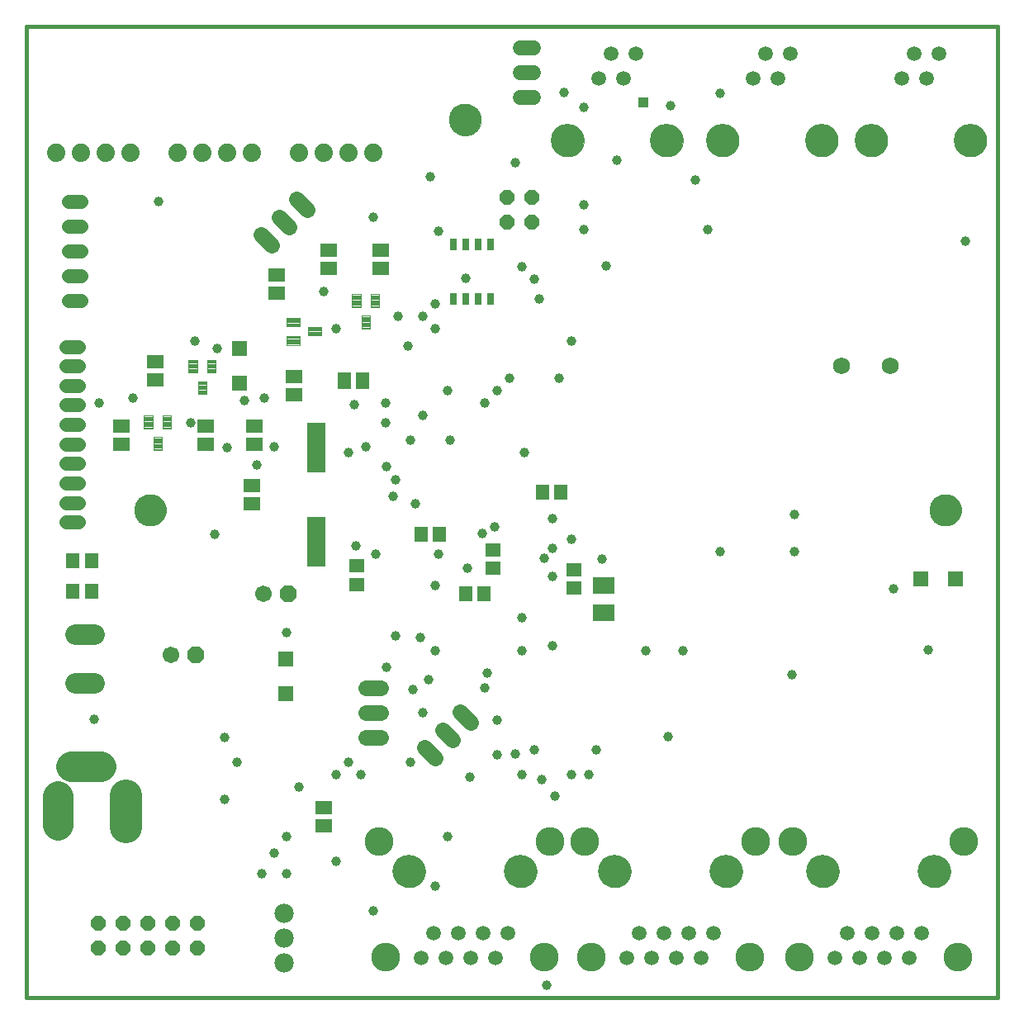
<source format=gts>
G75*
%MOIN*%
%OFA0B0*%
%FSLAX25Y25*%
%IPPOS*%
%LPD*%
%AMOC8*
5,1,8,0,0,1.08239X$1,22.5*
%
%ADD10C,0.01600*%
%ADD11C,0.06700*%
%ADD12OC8,0.06700*%
%ADD13C,0.06400*%
%ADD14C,0.12211*%
%ADD15C,0.13061*%
%ADD16OC8,0.06000*%
%ADD17R,0.06306X0.05518*%
%ADD18R,0.05518X0.06306*%
%ADD19R,0.06306X0.06306*%
%ADD20C,0.08200*%
%ADD21C,0.06900*%
%ADD22C,0.05550*%
%ADD23C,0.00394*%
%ADD24C,0.07400*%
%ADD25R,0.09061X0.06699*%
%ADD26R,0.07400X0.20400*%
%ADD27C,0.05943*%
%ADD28C,0.11620*%
%ADD29C,0.00000*%
%ADD30C,0.13200*%
%ADD31C,0.07800*%
%ADD32R,0.02762X0.05124*%
%ADD33R,0.06699X0.05518*%
%ADD34R,0.05518X0.06699*%
%ADD35C,0.12998*%
%ADD36C,0.06000*%
%ADD37C,0.13392*%
%ADD38C,0.03962*%
%ADD39R,0.03962X0.03962*%
D10*
X0001800Y0001800D02*
X0001800Y0393800D01*
X0393800Y0393800D01*
X0393800Y0001800D01*
X0001800Y0001800D01*
D11*
X0060091Y0140119D03*
X0097509Y0164666D03*
D12*
X0107509Y0164666D03*
X0070091Y0140119D03*
D13*
X0138800Y0126800D02*
X0144800Y0126800D01*
X0144800Y0116800D02*
X0138800Y0116800D01*
X0138800Y0106800D02*
X0144800Y0106800D01*
X0162608Y0102850D02*
X0166850Y0098608D01*
X0173921Y0105679D02*
X0169679Y0109921D01*
X0176750Y0116992D02*
X0180992Y0112750D01*
X0100850Y0305608D02*
X0096608Y0309850D01*
X0103679Y0316921D02*
X0107921Y0312679D01*
X0114992Y0319750D02*
X0110750Y0323992D01*
D14*
X0031743Y0095076D02*
X0019931Y0095076D01*
X0014400Y0083206D02*
X0014400Y0071394D01*
D15*
X0041979Y0070753D02*
X0041979Y0083414D01*
D16*
X0040800Y0031800D03*
X0040800Y0021800D03*
X0050800Y0021800D03*
X0050800Y0031800D03*
X0060800Y0031800D03*
X0060800Y0021800D03*
X0070800Y0021800D03*
X0070800Y0031800D03*
X0030800Y0031800D03*
X0030800Y0021800D03*
X0195800Y0314800D03*
X0195800Y0324800D03*
X0205800Y0324800D03*
X0205800Y0314800D03*
D17*
X0190300Y0182540D03*
X0190300Y0175060D03*
X0222800Y0174540D03*
X0222800Y0167060D03*
X0135300Y0168560D03*
X0135300Y0176040D03*
D18*
X0161060Y0188800D03*
X0168540Y0188800D03*
X0179060Y0164800D03*
X0186540Y0164800D03*
X0210060Y0205800D03*
X0217540Y0205800D03*
X0028040Y0178300D03*
X0020560Y0178300D03*
X0020560Y0165800D03*
X0028040Y0165800D03*
D19*
X0106643Y0138414D03*
X0106643Y0124635D03*
X0087800Y0249910D03*
X0087800Y0263690D03*
X0362910Y0170800D03*
X0376690Y0170800D03*
D20*
X0029204Y0148613D02*
X0021404Y0148613D01*
X0021404Y0128813D02*
X0029204Y0128813D01*
D21*
X0330957Y0256800D03*
X0350643Y0256800D03*
D22*
X0023875Y0283300D02*
X0018725Y0283300D01*
X0018725Y0293300D02*
X0023875Y0293300D01*
X0023875Y0303300D02*
X0018725Y0303300D01*
X0018725Y0313300D02*
X0023875Y0313300D01*
X0023875Y0323300D02*
X0018725Y0323300D01*
X0017769Y0264627D02*
X0022918Y0264627D01*
X0022918Y0256753D02*
X0017769Y0256753D01*
X0017769Y0248879D02*
X0022918Y0248879D01*
X0022918Y0241005D02*
X0017769Y0241005D01*
X0017769Y0233131D02*
X0022918Y0233131D01*
X0022918Y0225257D02*
X0017769Y0225257D01*
X0017769Y0217383D02*
X0022918Y0217383D01*
X0022918Y0209509D02*
X0017769Y0209509D01*
X0017769Y0201635D02*
X0022918Y0201635D01*
X0022918Y0193761D02*
X0017769Y0193761D01*
D23*
X0053026Y0228031D02*
X0056574Y0228031D01*
X0056574Y0222907D01*
X0053026Y0222907D01*
X0053026Y0228031D01*
X0053026Y0223300D02*
X0056574Y0223300D01*
X0056574Y0223693D02*
X0053026Y0223693D01*
X0053026Y0224086D02*
X0056574Y0224086D01*
X0056574Y0224479D02*
X0053026Y0224479D01*
X0053026Y0224872D02*
X0056574Y0224872D01*
X0056574Y0225265D02*
X0053026Y0225265D01*
X0053026Y0225658D02*
X0056574Y0225658D01*
X0056574Y0226051D02*
X0053026Y0226051D01*
X0053026Y0226444D02*
X0056574Y0226444D01*
X0056574Y0226837D02*
X0053026Y0226837D01*
X0053026Y0227230D02*
X0056574Y0227230D01*
X0056574Y0227623D02*
X0053026Y0227623D01*
X0053026Y0228016D02*
X0056574Y0228016D01*
X0056766Y0236693D02*
X0060314Y0236693D01*
X0060314Y0231569D01*
X0056766Y0231569D01*
X0056766Y0236693D01*
X0056766Y0231962D02*
X0060314Y0231962D01*
X0060314Y0232355D02*
X0056766Y0232355D01*
X0056766Y0232748D02*
X0060314Y0232748D01*
X0060314Y0233141D02*
X0056766Y0233141D01*
X0056766Y0233534D02*
X0060314Y0233534D01*
X0060314Y0233927D02*
X0056766Y0233927D01*
X0056766Y0234320D02*
X0060314Y0234320D01*
X0060314Y0234713D02*
X0056766Y0234713D01*
X0056766Y0235106D02*
X0060314Y0235106D01*
X0060314Y0235499D02*
X0056766Y0235499D01*
X0056766Y0235892D02*
X0060314Y0235892D01*
X0060314Y0236285D02*
X0056766Y0236285D01*
X0056766Y0236678D02*
X0060314Y0236678D01*
X0052834Y0236693D02*
X0049286Y0236693D01*
X0052834Y0236693D02*
X0052834Y0231569D01*
X0049286Y0231569D01*
X0049286Y0236693D01*
X0049286Y0231962D02*
X0052834Y0231962D01*
X0052834Y0232355D02*
X0049286Y0232355D01*
X0049286Y0232748D02*
X0052834Y0232748D01*
X0052834Y0233141D02*
X0049286Y0233141D01*
X0049286Y0233534D02*
X0052834Y0233534D01*
X0052834Y0233927D02*
X0049286Y0233927D01*
X0049286Y0234320D02*
X0052834Y0234320D01*
X0052834Y0234713D02*
X0049286Y0234713D01*
X0049286Y0235106D02*
X0052834Y0235106D01*
X0052834Y0235499D02*
X0049286Y0235499D01*
X0049286Y0235892D02*
X0052834Y0235892D01*
X0052834Y0236285D02*
X0049286Y0236285D01*
X0049286Y0236678D02*
X0052834Y0236678D01*
X0071026Y0250531D02*
X0074574Y0250531D01*
X0074574Y0245407D01*
X0071026Y0245407D01*
X0071026Y0250531D01*
X0071026Y0245800D02*
X0074574Y0245800D01*
X0074574Y0246193D02*
X0071026Y0246193D01*
X0071026Y0246586D02*
X0074574Y0246586D01*
X0074574Y0246979D02*
X0071026Y0246979D01*
X0071026Y0247372D02*
X0074574Y0247372D01*
X0074574Y0247765D02*
X0071026Y0247765D01*
X0071026Y0248158D02*
X0074574Y0248158D01*
X0074574Y0248551D02*
X0071026Y0248551D01*
X0071026Y0248944D02*
X0074574Y0248944D01*
X0074574Y0249337D02*
X0071026Y0249337D01*
X0071026Y0249730D02*
X0074574Y0249730D01*
X0074574Y0250123D02*
X0071026Y0250123D01*
X0071026Y0250516D02*
X0074574Y0250516D01*
X0074766Y0259193D02*
X0078314Y0259193D01*
X0078314Y0254069D01*
X0074766Y0254069D01*
X0074766Y0259193D01*
X0074766Y0254462D02*
X0078314Y0254462D01*
X0078314Y0254855D02*
X0074766Y0254855D01*
X0074766Y0255248D02*
X0078314Y0255248D01*
X0078314Y0255641D02*
X0074766Y0255641D01*
X0074766Y0256034D02*
X0078314Y0256034D01*
X0078314Y0256427D02*
X0074766Y0256427D01*
X0074766Y0256820D02*
X0078314Y0256820D01*
X0078314Y0257213D02*
X0074766Y0257213D01*
X0074766Y0257606D02*
X0078314Y0257606D01*
X0078314Y0257999D02*
X0074766Y0257999D01*
X0074766Y0258392D02*
X0078314Y0258392D01*
X0078314Y0258785D02*
X0074766Y0258785D01*
X0074766Y0259178D02*
X0078314Y0259178D01*
X0070834Y0259193D02*
X0067286Y0259193D01*
X0070834Y0259193D02*
X0070834Y0254069D01*
X0067286Y0254069D01*
X0067286Y0259193D01*
X0067286Y0254462D02*
X0070834Y0254462D01*
X0070834Y0254855D02*
X0067286Y0254855D01*
X0067286Y0255248D02*
X0070834Y0255248D01*
X0070834Y0255641D02*
X0067286Y0255641D01*
X0067286Y0256034D02*
X0070834Y0256034D01*
X0070834Y0256427D02*
X0067286Y0256427D01*
X0067286Y0256820D02*
X0070834Y0256820D01*
X0070834Y0257213D02*
X0067286Y0257213D01*
X0067286Y0257606D02*
X0070834Y0257606D01*
X0070834Y0257999D02*
X0067286Y0257999D01*
X0067286Y0258392D02*
X0070834Y0258392D01*
X0070834Y0258785D02*
X0067286Y0258785D01*
X0067286Y0259178D02*
X0070834Y0259178D01*
X0106907Y0265286D02*
X0106907Y0268834D01*
X0112031Y0268834D01*
X0112031Y0265286D01*
X0106907Y0265286D01*
X0106907Y0265679D02*
X0112031Y0265679D01*
X0112031Y0266072D02*
X0106907Y0266072D01*
X0106907Y0266465D02*
X0112031Y0266465D01*
X0112031Y0266858D02*
X0106907Y0266858D01*
X0106907Y0267251D02*
X0112031Y0267251D01*
X0112031Y0267644D02*
X0106907Y0267644D01*
X0106907Y0268037D02*
X0112031Y0268037D01*
X0112031Y0268430D02*
X0106907Y0268430D01*
X0106907Y0268823D02*
X0112031Y0268823D01*
X0106907Y0272766D02*
X0106907Y0276314D01*
X0112031Y0276314D01*
X0112031Y0272766D01*
X0106907Y0272766D01*
X0106907Y0273159D02*
X0112031Y0273159D01*
X0112031Y0273552D02*
X0106907Y0273552D01*
X0106907Y0273945D02*
X0112031Y0273945D01*
X0112031Y0274338D02*
X0106907Y0274338D01*
X0106907Y0274731D02*
X0112031Y0274731D01*
X0112031Y0275124D02*
X0106907Y0275124D01*
X0106907Y0275517D02*
X0112031Y0275517D01*
X0112031Y0275910D02*
X0106907Y0275910D01*
X0106907Y0276303D02*
X0112031Y0276303D01*
X0115569Y0272574D02*
X0115569Y0269026D01*
X0115569Y0272574D02*
X0120693Y0272574D01*
X0120693Y0269026D01*
X0115569Y0269026D01*
X0115569Y0269419D02*
X0120693Y0269419D01*
X0120693Y0269812D02*
X0115569Y0269812D01*
X0115569Y0270205D02*
X0120693Y0270205D01*
X0120693Y0270598D02*
X0115569Y0270598D01*
X0115569Y0270991D02*
X0120693Y0270991D01*
X0120693Y0271384D02*
X0115569Y0271384D01*
X0115569Y0271777D02*
X0120693Y0271777D01*
X0120693Y0272170D02*
X0115569Y0272170D01*
X0115569Y0272563D02*
X0120693Y0272563D01*
X0133286Y0285693D02*
X0136834Y0285693D01*
X0136834Y0280569D01*
X0133286Y0280569D01*
X0133286Y0285693D01*
X0133286Y0280962D02*
X0136834Y0280962D01*
X0136834Y0281355D02*
X0133286Y0281355D01*
X0133286Y0281748D02*
X0136834Y0281748D01*
X0136834Y0282141D02*
X0133286Y0282141D01*
X0133286Y0282534D02*
X0136834Y0282534D01*
X0136834Y0282927D02*
X0133286Y0282927D01*
X0133286Y0283320D02*
X0136834Y0283320D01*
X0136834Y0283713D02*
X0133286Y0283713D01*
X0133286Y0284106D02*
X0136834Y0284106D01*
X0136834Y0284499D02*
X0133286Y0284499D01*
X0133286Y0284892D02*
X0136834Y0284892D01*
X0136834Y0285285D02*
X0133286Y0285285D01*
X0133286Y0285678D02*
X0136834Y0285678D01*
X0140766Y0285693D02*
X0144314Y0285693D01*
X0144314Y0280569D01*
X0140766Y0280569D01*
X0140766Y0285693D01*
X0140766Y0280962D02*
X0144314Y0280962D01*
X0144314Y0281355D02*
X0140766Y0281355D01*
X0140766Y0281748D02*
X0144314Y0281748D01*
X0144314Y0282141D02*
X0140766Y0282141D01*
X0140766Y0282534D02*
X0144314Y0282534D01*
X0144314Y0282927D02*
X0140766Y0282927D01*
X0140766Y0283320D02*
X0144314Y0283320D01*
X0144314Y0283713D02*
X0140766Y0283713D01*
X0140766Y0284106D02*
X0144314Y0284106D01*
X0144314Y0284499D02*
X0140766Y0284499D01*
X0140766Y0284892D02*
X0144314Y0284892D01*
X0144314Y0285285D02*
X0140766Y0285285D01*
X0140766Y0285678D02*
X0144314Y0285678D01*
X0140574Y0277031D02*
X0137026Y0277031D01*
X0140574Y0277031D02*
X0140574Y0271907D01*
X0137026Y0271907D01*
X0137026Y0277031D01*
X0137026Y0272300D02*
X0140574Y0272300D01*
X0140574Y0272693D02*
X0137026Y0272693D01*
X0137026Y0273086D02*
X0140574Y0273086D01*
X0140574Y0273479D02*
X0137026Y0273479D01*
X0137026Y0273872D02*
X0140574Y0273872D01*
X0140574Y0274265D02*
X0137026Y0274265D01*
X0137026Y0274658D02*
X0140574Y0274658D01*
X0140574Y0275051D02*
X0137026Y0275051D01*
X0137026Y0275444D02*
X0140574Y0275444D01*
X0140574Y0275837D02*
X0137026Y0275837D01*
X0137026Y0276230D02*
X0140574Y0276230D01*
X0140574Y0276623D02*
X0137026Y0276623D01*
X0137026Y0277016D02*
X0140574Y0277016D01*
D24*
X0141800Y0342800D03*
X0131800Y0342800D03*
X0121800Y0342800D03*
X0111800Y0342800D03*
X0092800Y0342800D03*
X0082800Y0342800D03*
X0072800Y0342800D03*
X0062800Y0342800D03*
X0043800Y0342800D03*
X0033800Y0342800D03*
X0023800Y0342800D03*
X0013800Y0342800D03*
D25*
X0234800Y0168312D03*
X0234800Y0157288D03*
D26*
X0118800Y0185800D03*
X0118800Y0223800D03*
D27*
X0232804Y0372824D03*
X0242804Y0372824D03*
X0247804Y0382824D03*
X0237804Y0382824D03*
X0295304Y0372824D03*
X0305304Y0372824D03*
X0310304Y0382824D03*
X0300304Y0382824D03*
X0355304Y0372824D03*
X0365304Y0372824D03*
X0370304Y0382824D03*
X0360304Y0382824D03*
X0363300Y0027800D03*
X0353300Y0027800D03*
X0348300Y0017800D03*
X0358300Y0017800D03*
X0343300Y0027800D03*
X0333300Y0027800D03*
X0328300Y0017800D03*
X0338300Y0017800D03*
X0279300Y0027800D03*
X0269300Y0027800D03*
X0264300Y0017800D03*
X0254300Y0017800D03*
X0249300Y0027800D03*
X0259300Y0027800D03*
X0244300Y0017800D03*
X0274300Y0017800D03*
X0196300Y0027800D03*
X0186300Y0027800D03*
X0181300Y0017800D03*
X0171300Y0017800D03*
X0166300Y0027800D03*
X0176300Y0027800D03*
X0161300Y0017800D03*
X0191300Y0017800D03*
D28*
X0210800Y0018312D03*
X0229800Y0018312D03*
X0227300Y0064800D03*
X0213300Y0064800D03*
X0146800Y0018312D03*
X0144300Y0064800D03*
X0296300Y0064800D03*
X0311300Y0064800D03*
X0313800Y0018312D03*
X0293800Y0018312D03*
X0377800Y0018312D03*
X0380300Y0064800D03*
D29*
X0361900Y0052800D02*
X0361902Y0052960D01*
X0361908Y0053119D01*
X0361918Y0053278D01*
X0361932Y0053437D01*
X0361950Y0053596D01*
X0361971Y0053754D01*
X0361997Y0053911D01*
X0362027Y0054068D01*
X0362060Y0054224D01*
X0362098Y0054379D01*
X0362139Y0054533D01*
X0362184Y0054686D01*
X0362233Y0054838D01*
X0362286Y0054989D01*
X0362342Y0055138D01*
X0362403Y0055286D01*
X0362466Y0055432D01*
X0362534Y0055577D01*
X0362605Y0055720D01*
X0362679Y0055861D01*
X0362757Y0056000D01*
X0362839Y0056137D01*
X0362924Y0056272D01*
X0363012Y0056405D01*
X0363104Y0056536D01*
X0363198Y0056664D01*
X0363296Y0056790D01*
X0363397Y0056914D01*
X0363501Y0057035D01*
X0363608Y0057153D01*
X0363718Y0057269D01*
X0363831Y0057382D01*
X0363947Y0057492D01*
X0364065Y0057599D01*
X0364186Y0057703D01*
X0364310Y0057804D01*
X0364436Y0057902D01*
X0364564Y0057996D01*
X0364695Y0058088D01*
X0364828Y0058176D01*
X0364963Y0058261D01*
X0365100Y0058343D01*
X0365239Y0058421D01*
X0365380Y0058495D01*
X0365523Y0058566D01*
X0365668Y0058634D01*
X0365814Y0058697D01*
X0365962Y0058758D01*
X0366111Y0058814D01*
X0366262Y0058867D01*
X0366414Y0058916D01*
X0366567Y0058961D01*
X0366721Y0059002D01*
X0366876Y0059040D01*
X0367032Y0059073D01*
X0367189Y0059103D01*
X0367346Y0059129D01*
X0367504Y0059150D01*
X0367663Y0059168D01*
X0367822Y0059182D01*
X0367981Y0059192D01*
X0368140Y0059198D01*
X0368300Y0059200D01*
X0368460Y0059198D01*
X0368619Y0059192D01*
X0368778Y0059182D01*
X0368937Y0059168D01*
X0369096Y0059150D01*
X0369254Y0059129D01*
X0369411Y0059103D01*
X0369568Y0059073D01*
X0369724Y0059040D01*
X0369879Y0059002D01*
X0370033Y0058961D01*
X0370186Y0058916D01*
X0370338Y0058867D01*
X0370489Y0058814D01*
X0370638Y0058758D01*
X0370786Y0058697D01*
X0370932Y0058634D01*
X0371077Y0058566D01*
X0371220Y0058495D01*
X0371361Y0058421D01*
X0371500Y0058343D01*
X0371637Y0058261D01*
X0371772Y0058176D01*
X0371905Y0058088D01*
X0372036Y0057996D01*
X0372164Y0057902D01*
X0372290Y0057804D01*
X0372414Y0057703D01*
X0372535Y0057599D01*
X0372653Y0057492D01*
X0372769Y0057382D01*
X0372882Y0057269D01*
X0372992Y0057153D01*
X0373099Y0057035D01*
X0373203Y0056914D01*
X0373304Y0056790D01*
X0373402Y0056664D01*
X0373496Y0056536D01*
X0373588Y0056405D01*
X0373676Y0056272D01*
X0373761Y0056137D01*
X0373843Y0056000D01*
X0373921Y0055861D01*
X0373995Y0055720D01*
X0374066Y0055577D01*
X0374134Y0055432D01*
X0374197Y0055286D01*
X0374258Y0055138D01*
X0374314Y0054989D01*
X0374367Y0054838D01*
X0374416Y0054686D01*
X0374461Y0054533D01*
X0374502Y0054379D01*
X0374540Y0054224D01*
X0374573Y0054068D01*
X0374603Y0053911D01*
X0374629Y0053754D01*
X0374650Y0053596D01*
X0374668Y0053437D01*
X0374682Y0053278D01*
X0374692Y0053119D01*
X0374698Y0052960D01*
X0374700Y0052800D01*
X0374698Y0052640D01*
X0374692Y0052481D01*
X0374682Y0052322D01*
X0374668Y0052163D01*
X0374650Y0052004D01*
X0374629Y0051846D01*
X0374603Y0051689D01*
X0374573Y0051532D01*
X0374540Y0051376D01*
X0374502Y0051221D01*
X0374461Y0051067D01*
X0374416Y0050914D01*
X0374367Y0050762D01*
X0374314Y0050611D01*
X0374258Y0050462D01*
X0374197Y0050314D01*
X0374134Y0050168D01*
X0374066Y0050023D01*
X0373995Y0049880D01*
X0373921Y0049739D01*
X0373843Y0049600D01*
X0373761Y0049463D01*
X0373676Y0049328D01*
X0373588Y0049195D01*
X0373496Y0049064D01*
X0373402Y0048936D01*
X0373304Y0048810D01*
X0373203Y0048686D01*
X0373099Y0048565D01*
X0372992Y0048447D01*
X0372882Y0048331D01*
X0372769Y0048218D01*
X0372653Y0048108D01*
X0372535Y0048001D01*
X0372414Y0047897D01*
X0372290Y0047796D01*
X0372164Y0047698D01*
X0372036Y0047604D01*
X0371905Y0047512D01*
X0371772Y0047424D01*
X0371637Y0047339D01*
X0371500Y0047257D01*
X0371361Y0047179D01*
X0371220Y0047105D01*
X0371077Y0047034D01*
X0370932Y0046966D01*
X0370786Y0046903D01*
X0370638Y0046842D01*
X0370489Y0046786D01*
X0370338Y0046733D01*
X0370186Y0046684D01*
X0370033Y0046639D01*
X0369879Y0046598D01*
X0369724Y0046560D01*
X0369568Y0046527D01*
X0369411Y0046497D01*
X0369254Y0046471D01*
X0369096Y0046450D01*
X0368937Y0046432D01*
X0368778Y0046418D01*
X0368619Y0046408D01*
X0368460Y0046402D01*
X0368300Y0046400D01*
X0368140Y0046402D01*
X0367981Y0046408D01*
X0367822Y0046418D01*
X0367663Y0046432D01*
X0367504Y0046450D01*
X0367346Y0046471D01*
X0367189Y0046497D01*
X0367032Y0046527D01*
X0366876Y0046560D01*
X0366721Y0046598D01*
X0366567Y0046639D01*
X0366414Y0046684D01*
X0366262Y0046733D01*
X0366111Y0046786D01*
X0365962Y0046842D01*
X0365814Y0046903D01*
X0365668Y0046966D01*
X0365523Y0047034D01*
X0365380Y0047105D01*
X0365239Y0047179D01*
X0365100Y0047257D01*
X0364963Y0047339D01*
X0364828Y0047424D01*
X0364695Y0047512D01*
X0364564Y0047604D01*
X0364436Y0047698D01*
X0364310Y0047796D01*
X0364186Y0047897D01*
X0364065Y0048001D01*
X0363947Y0048108D01*
X0363831Y0048218D01*
X0363718Y0048331D01*
X0363608Y0048447D01*
X0363501Y0048565D01*
X0363397Y0048686D01*
X0363296Y0048810D01*
X0363198Y0048936D01*
X0363104Y0049064D01*
X0363012Y0049195D01*
X0362924Y0049328D01*
X0362839Y0049463D01*
X0362757Y0049600D01*
X0362679Y0049739D01*
X0362605Y0049880D01*
X0362534Y0050023D01*
X0362466Y0050168D01*
X0362403Y0050314D01*
X0362342Y0050462D01*
X0362286Y0050611D01*
X0362233Y0050762D01*
X0362184Y0050914D01*
X0362139Y0051067D01*
X0362098Y0051221D01*
X0362060Y0051376D01*
X0362027Y0051532D01*
X0361997Y0051689D01*
X0361971Y0051846D01*
X0361950Y0052004D01*
X0361932Y0052163D01*
X0361918Y0052322D01*
X0361908Y0052481D01*
X0361902Y0052640D01*
X0361900Y0052800D01*
X0316900Y0052800D02*
X0316902Y0052960D01*
X0316908Y0053119D01*
X0316918Y0053278D01*
X0316932Y0053437D01*
X0316950Y0053596D01*
X0316971Y0053754D01*
X0316997Y0053911D01*
X0317027Y0054068D01*
X0317060Y0054224D01*
X0317098Y0054379D01*
X0317139Y0054533D01*
X0317184Y0054686D01*
X0317233Y0054838D01*
X0317286Y0054989D01*
X0317342Y0055138D01*
X0317403Y0055286D01*
X0317466Y0055432D01*
X0317534Y0055577D01*
X0317605Y0055720D01*
X0317679Y0055861D01*
X0317757Y0056000D01*
X0317839Y0056137D01*
X0317924Y0056272D01*
X0318012Y0056405D01*
X0318104Y0056536D01*
X0318198Y0056664D01*
X0318296Y0056790D01*
X0318397Y0056914D01*
X0318501Y0057035D01*
X0318608Y0057153D01*
X0318718Y0057269D01*
X0318831Y0057382D01*
X0318947Y0057492D01*
X0319065Y0057599D01*
X0319186Y0057703D01*
X0319310Y0057804D01*
X0319436Y0057902D01*
X0319564Y0057996D01*
X0319695Y0058088D01*
X0319828Y0058176D01*
X0319963Y0058261D01*
X0320100Y0058343D01*
X0320239Y0058421D01*
X0320380Y0058495D01*
X0320523Y0058566D01*
X0320668Y0058634D01*
X0320814Y0058697D01*
X0320962Y0058758D01*
X0321111Y0058814D01*
X0321262Y0058867D01*
X0321414Y0058916D01*
X0321567Y0058961D01*
X0321721Y0059002D01*
X0321876Y0059040D01*
X0322032Y0059073D01*
X0322189Y0059103D01*
X0322346Y0059129D01*
X0322504Y0059150D01*
X0322663Y0059168D01*
X0322822Y0059182D01*
X0322981Y0059192D01*
X0323140Y0059198D01*
X0323300Y0059200D01*
X0323460Y0059198D01*
X0323619Y0059192D01*
X0323778Y0059182D01*
X0323937Y0059168D01*
X0324096Y0059150D01*
X0324254Y0059129D01*
X0324411Y0059103D01*
X0324568Y0059073D01*
X0324724Y0059040D01*
X0324879Y0059002D01*
X0325033Y0058961D01*
X0325186Y0058916D01*
X0325338Y0058867D01*
X0325489Y0058814D01*
X0325638Y0058758D01*
X0325786Y0058697D01*
X0325932Y0058634D01*
X0326077Y0058566D01*
X0326220Y0058495D01*
X0326361Y0058421D01*
X0326500Y0058343D01*
X0326637Y0058261D01*
X0326772Y0058176D01*
X0326905Y0058088D01*
X0327036Y0057996D01*
X0327164Y0057902D01*
X0327290Y0057804D01*
X0327414Y0057703D01*
X0327535Y0057599D01*
X0327653Y0057492D01*
X0327769Y0057382D01*
X0327882Y0057269D01*
X0327992Y0057153D01*
X0328099Y0057035D01*
X0328203Y0056914D01*
X0328304Y0056790D01*
X0328402Y0056664D01*
X0328496Y0056536D01*
X0328588Y0056405D01*
X0328676Y0056272D01*
X0328761Y0056137D01*
X0328843Y0056000D01*
X0328921Y0055861D01*
X0328995Y0055720D01*
X0329066Y0055577D01*
X0329134Y0055432D01*
X0329197Y0055286D01*
X0329258Y0055138D01*
X0329314Y0054989D01*
X0329367Y0054838D01*
X0329416Y0054686D01*
X0329461Y0054533D01*
X0329502Y0054379D01*
X0329540Y0054224D01*
X0329573Y0054068D01*
X0329603Y0053911D01*
X0329629Y0053754D01*
X0329650Y0053596D01*
X0329668Y0053437D01*
X0329682Y0053278D01*
X0329692Y0053119D01*
X0329698Y0052960D01*
X0329700Y0052800D01*
X0329698Y0052640D01*
X0329692Y0052481D01*
X0329682Y0052322D01*
X0329668Y0052163D01*
X0329650Y0052004D01*
X0329629Y0051846D01*
X0329603Y0051689D01*
X0329573Y0051532D01*
X0329540Y0051376D01*
X0329502Y0051221D01*
X0329461Y0051067D01*
X0329416Y0050914D01*
X0329367Y0050762D01*
X0329314Y0050611D01*
X0329258Y0050462D01*
X0329197Y0050314D01*
X0329134Y0050168D01*
X0329066Y0050023D01*
X0328995Y0049880D01*
X0328921Y0049739D01*
X0328843Y0049600D01*
X0328761Y0049463D01*
X0328676Y0049328D01*
X0328588Y0049195D01*
X0328496Y0049064D01*
X0328402Y0048936D01*
X0328304Y0048810D01*
X0328203Y0048686D01*
X0328099Y0048565D01*
X0327992Y0048447D01*
X0327882Y0048331D01*
X0327769Y0048218D01*
X0327653Y0048108D01*
X0327535Y0048001D01*
X0327414Y0047897D01*
X0327290Y0047796D01*
X0327164Y0047698D01*
X0327036Y0047604D01*
X0326905Y0047512D01*
X0326772Y0047424D01*
X0326637Y0047339D01*
X0326500Y0047257D01*
X0326361Y0047179D01*
X0326220Y0047105D01*
X0326077Y0047034D01*
X0325932Y0046966D01*
X0325786Y0046903D01*
X0325638Y0046842D01*
X0325489Y0046786D01*
X0325338Y0046733D01*
X0325186Y0046684D01*
X0325033Y0046639D01*
X0324879Y0046598D01*
X0324724Y0046560D01*
X0324568Y0046527D01*
X0324411Y0046497D01*
X0324254Y0046471D01*
X0324096Y0046450D01*
X0323937Y0046432D01*
X0323778Y0046418D01*
X0323619Y0046408D01*
X0323460Y0046402D01*
X0323300Y0046400D01*
X0323140Y0046402D01*
X0322981Y0046408D01*
X0322822Y0046418D01*
X0322663Y0046432D01*
X0322504Y0046450D01*
X0322346Y0046471D01*
X0322189Y0046497D01*
X0322032Y0046527D01*
X0321876Y0046560D01*
X0321721Y0046598D01*
X0321567Y0046639D01*
X0321414Y0046684D01*
X0321262Y0046733D01*
X0321111Y0046786D01*
X0320962Y0046842D01*
X0320814Y0046903D01*
X0320668Y0046966D01*
X0320523Y0047034D01*
X0320380Y0047105D01*
X0320239Y0047179D01*
X0320100Y0047257D01*
X0319963Y0047339D01*
X0319828Y0047424D01*
X0319695Y0047512D01*
X0319564Y0047604D01*
X0319436Y0047698D01*
X0319310Y0047796D01*
X0319186Y0047897D01*
X0319065Y0048001D01*
X0318947Y0048108D01*
X0318831Y0048218D01*
X0318718Y0048331D01*
X0318608Y0048447D01*
X0318501Y0048565D01*
X0318397Y0048686D01*
X0318296Y0048810D01*
X0318198Y0048936D01*
X0318104Y0049064D01*
X0318012Y0049195D01*
X0317924Y0049328D01*
X0317839Y0049463D01*
X0317757Y0049600D01*
X0317679Y0049739D01*
X0317605Y0049880D01*
X0317534Y0050023D01*
X0317466Y0050168D01*
X0317403Y0050314D01*
X0317342Y0050462D01*
X0317286Y0050611D01*
X0317233Y0050762D01*
X0317184Y0050914D01*
X0317139Y0051067D01*
X0317098Y0051221D01*
X0317060Y0051376D01*
X0317027Y0051532D01*
X0316997Y0051689D01*
X0316971Y0051846D01*
X0316950Y0052004D01*
X0316932Y0052163D01*
X0316918Y0052322D01*
X0316908Y0052481D01*
X0316902Y0052640D01*
X0316900Y0052800D01*
X0277900Y0052800D02*
X0277902Y0052960D01*
X0277908Y0053119D01*
X0277918Y0053278D01*
X0277932Y0053437D01*
X0277950Y0053596D01*
X0277971Y0053754D01*
X0277997Y0053911D01*
X0278027Y0054068D01*
X0278060Y0054224D01*
X0278098Y0054379D01*
X0278139Y0054533D01*
X0278184Y0054686D01*
X0278233Y0054838D01*
X0278286Y0054989D01*
X0278342Y0055138D01*
X0278403Y0055286D01*
X0278466Y0055432D01*
X0278534Y0055577D01*
X0278605Y0055720D01*
X0278679Y0055861D01*
X0278757Y0056000D01*
X0278839Y0056137D01*
X0278924Y0056272D01*
X0279012Y0056405D01*
X0279104Y0056536D01*
X0279198Y0056664D01*
X0279296Y0056790D01*
X0279397Y0056914D01*
X0279501Y0057035D01*
X0279608Y0057153D01*
X0279718Y0057269D01*
X0279831Y0057382D01*
X0279947Y0057492D01*
X0280065Y0057599D01*
X0280186Y0057703D01*
X0280310Y0057804D01*
X0280436Y0057902D01*
X0280564Y0057996D01*
X0280695Y0058088D01*
X0280828Y0058176D01*
X0280963Y0058261D01*
X0281100Y0058343D01*
X0281239Y0058421D01*
X0281380Y0058495D01*
X0281523Y0058566D01*
X0281668Y0058634D01*
X0281814Y0058697D01*
X0281962Y0058758D01*
X0282111Y0058814D01*
X0282262Y0058867D01*
X0282414Y0058916D01*
X0282567Y0058961D01*
X0282721Y0059002D01*
X0282876Y0059040D01*
X0283032Y0059073D01*
X0283189Y0059103D01*
X0283346Y0059129D01*
X0283504Y0059150D01*
X0283663Y0059168D01*
X0283822Y0059182D01*
X0283981Y0059192D01*
X0284140Y0059198D01*
X0284300Y0059200D01*
X0284460Y0059198D01*
X0284619Y0059192D01*
X0284778Y0059182D01*
X0284937Y0059168D01*
X0285096Y0059150D01*
X0285254Y0059129D01*
X0285411Y0059103D01*
X0285568Y0059073D01*
X0285724Y0059040D01*
X0285879Y0059002D01*
X0286033Y0058961D01*
X0286186Y0058916D01*
X0286338Y0058867D01*
X0286489Y0058814D01*
X0286638Y0058758D01*
X0286786Y0058697D01*
X0286932Y0058634D01*
X0287077Y0058566D01*
X0287220Y0058495D01*
X0287361Y0058421D01*
X0287500Y0058343D01*
X0287637Y0058261D01*
X0287772Y0058176D01*
X0287905Y0058088D01*
X0288036Y0057996D01*
X0288164Y0057902D01*
X0288290Y0057804D01*
X0288414Y0057703D01*
X0288535Y0057599D01*
X0288653Y0057492D01*
X0288769Y0057382D01*
X0288882Y0057269D01*
X0288992Y0057153D01*
X0289099Y0057035D01*
X0289203Y0056914D01*
X0289304Y0056790D01*
X0289402Y0056664D01*
X0289496Y0056536D01*
X0289588Y0056405D01*
X0289676Y0056272D01*
X0289761Y0056137D01*
X0289843Y0056000D01*
X0289921Y0055861D01*
X0289995Y0055720D01*
X0290066Y0055577D01*
X0290134Y0055432D01*
X0290197Y0055286D01*
X0290258Y0055138D01*
X0290314Y0054989D01*
X0290367Y0054838D01*
X0290416Y0054686D01*
X0290461Y0054533D01*
X0290502Y0054379D01*
X0290540Y0054224D01*
X0290573Y0054068D01*
X0290603Y0053911D01*
X0290629Y0053754D01*
X0290650Y0053596D01*
X0290668Y0053437D01*
X0290682Y0053278D01*
X0290692Y0053119D01*
X0290698Y0052960D01*
X0290700Y0052800D01*
X0290698Y0052640D01*
X0290692Y0052481D01*
X0290682Y0052322D01*
X0290668Y0052163D01*
X0290650Y0052004D01*
X0290629Y0051846D01*
X0290603Y0051689D01*
X0290573Y0051532D01*
X0290540Y0051376D01*
X0290502Y0051221D01*
X0290461Y0051067D01*
X0290416Y0050914D01*
X0290367Y0050762D01*
X0290314Y0050611D01*
X0290258Y0050462D01*
X0290197Y0050314D01*
X0290134Y0050168D01*
X0290066Y0050023D01*
X0289995Y0049880D01*
X0289921Y0049739D01*
X0289843Y0049600D01*
X0289761Y0049463D01*
X0289676Y0049328D01*
X0289588Y0049195D01*
X0289496Y0049064D01*
X0289402Y0048936D01*
X0289304Y0048810D01*
X0289203Y0048686D01*
X0289099Y0048565D01*
X0288992Y0048447D01*
X0288882Y0048331D01*
X0288769Y0048218D01*
X0288653Y0048108D01*
X0288535Y0048001D01*
X0288414Y0047897D01*
X0288290Y0047796D01*
X0288164Y0047698D01*
X0288036Y0047604D01*
X0287905Y0047512D01*
X0287772Y0047424D01*
X0287637Y0047339D01*
X0287500Y0047257D01*
X0287361Y0047179D01*
X0287220Y0047105D01*
X0287077Y0047034D01*
X0286932Y0046966D01*
X0286786Y0046903D01*
X0286638Y0046842D01*
X0286489Y0046786D01*
X0286338Y0046733D01*
X0286186Y0046684D01*
X0286033Y0046639D01*
X0285879Y0046598D01*
X0285724Y0046560D01*
X0285568Y0046527D01*
X0285411Y0046497D01*
X0285254Y0046471D01*
X0285096Y0046450D01*
X0284937Y0046432D01*
X0284778Y0046418D01*
X0284619Y0046408D01*
X0284460Y0046402D01*
X0284300Y0046400D01*
X0284140Y0046402D01*
X0283981Y0046408D01*
X0283822Y0046418D01*
X0283663Y0046432D01*
X0283504Y0046450D01*
X0283346Y0046471D01*
X0283189Y0046497D01*
X0283032Y0046527D01*
X0282876Y0046560D01*
X0282721Y0046598D01*
X0282567Y0046639D01*
X0282414Y0046684D01*
X0282262Y0046733D01*
X0282111Y0046786D01*
X0281962Y0046842D01*
X0281814Y0046903D01*
X0281668Y0046966D01*
X0281523Y0047034D01*
X0281380Y0047105D01*
X0281239Y0047179D01*
X0281100Y0047257D01*
X0280963Y0047339D01*
X0280828Y0047424D01*
X0280695Y0047512D01*
X0280564Y0047604D01*
X0280436Y0047698D01*
X0280310Y0047796D01*
X0280186Y0047897D01*
X0280065Y0048001D01*
X0279947Y0048108D01*
X0279831Y0048218D01*
X0279718Y0048331D01*
X0279608Y0048447D01*
X0279501Y0048565D01*
X0279397Y0048686D01*
X0279296Y0048810D01*
X0279198Y0048936D01*
X0279104Y0049064D01*
X0279012Y0049195D01*
X0278924Y0049328D01*
X0278839Y0049463D01*
X0278757Y0049600D01*
X0278679Y0049739D01*
X0278605Y0049880D01*
X0278534Y0050023D01*
X0278466Y0050168D01*
X0278403Y0050314D01*
X0278342Y0050462D01*
X0278286Y0050611D01*
X0278233Y0050762D01*
X0278184Y0050914D01*
X0278139Y0051067D01*
X0278098Y0051221D01*
X0278060Y0051376D01*
X0278027Y0051532D01*
X0277997Y0051689D01*
X0277971Y0051846D01*
X0277950Y0052004D01*
X0277932Y0052163D01*
X0277918Y0052322D01*
X0277908Y0052481D01*
X0277902Y0052640D01*
X0277900Y0052800D01*
X0232900Y0052800D02*
X0232902Y0052960D01*
X0232908Y0053119D01*
X0232918Y0053278D01*
X0232932Y0053437D01*
X0232950Y0053596D01*
X0232971Y0053754D01*
X0232997Y0053911D01*
X0233027Y0054068D01*
X0233060Y0054224D01*
X0233098Y0054379D01*
X0233139Y0054533D01*
X0233184Y0054686D01*
X0233233Y0054838D01*
X0233286Y0054989D01*
X0233342Y0055138D01*
X0233403Y0055286D01*
X0233466Y0055432D01*
X0233534Y0055577D01*
X0233605Y0055720D01*
X0233679Y0055861D01*
X0233757Y0056000D01*
X0233839Y0056137D01*
X0233924Y0056272D01*
X0234012Y0056405D01*
X0234104Y0056536D01*
X0234198Y0056664D01*
X0234296Y0056790D01*
X0234397Y0056914D01*
X0234501Y0057035D01*
X0234608Y0057153D01*
X0234718Y0057269D01*
X0234831Y0057382D01*
X0234947Y0057492D01*
X0235065Y0057599D01*
X0235186Y0057703D01*
X0235310Y0057804D01*
X0235436Y0057902D01*
X0235564Y0057996D01*
X0235695Y0058088D01*
X0235828Y0058176D01*
X0235963Y0058261D01*
X0236100Y0058343D01*
X0236239Y0058421D01*
X0236380Y0058495D01*
X0236523Y0058566D01*
X0236668Y0058634D01*
X0236814Y0058697D01*
X0236962Y0058758D01*
X0237111Y0058814D01*
X0237262Y0058867D01*
X0237414Y0058916D01*
X0237567Y0058961D01*
X0237721Y0059002D01*
X0237876Y0059040D01*
X0238032Y0059073D01*
X0238189Y0059103D01*
X0238346Y0059129D01*
X0238504Y0059150D01*
X0238663Y0059168D01*
X0238822Y0059182D01*
X0238981Y0059192D01*
X0239140Y0059198D01*
X0239300Y0059200D01*
X0239460Y0059198D01*
X0239619Y0059192D01*
X0239778Y0059182D01*
X0239937Y0059168D01*
X0240096Y0059150D01*
X0240254Y0059129D01*
X0240411Y0059103D01*
X0240568Y0059073D01*
X0240724Y0059040D01*
X0240879Y0059002D01*
X0241033Y0058961D01*
X0241186Y0058916D01*
X0241338Y0058867D01*
X0241489Y0058814D01*
X0241638Y0058758D01*
X0241786Y0058697D01*
X0241932Y0058634D01*
X0242077Y0058566D01*
X0242220Y0058495D01*
X0242361Y0058421D01*
X0242500Y0058343D01*
X0242637Y0058261D01*
X0242772Y0058176D01*
X0242905Y0058088D01*
X0243036Y0057996D01*
X0243164Y0057902D01*
X0243290Y0057804D01*
X0243414Y0057703D01*
X0243535Y0057599D01*
X0243653Y0057492D01*
X0243769Y0057382D01*
X0243882Y0057269D01*
X0243992Y0057153D01*
X0244099Y0057035D01*
X0244203Y0056914D01*
X0244304Y0056790D01*
X0244402Y0056664D01*
X0244496Y0056536D01*
X0244588Y0056405D01*
X0244676Y0056272D01*
X0244761Y0056137D01*
X0244843Y0056000D01*
X0244921Y0055861D01*
X0244995Y0055720D01*
X0245066Y0055577D01*
X0245134Y0055432D01*
X0245197Y0055286D01*
X0245258Y0055138D01*
X0245314Y0054989D01*
X0245367Y0054838D01*
X0245416Y0054686D01*
X0245461Y0054533D01*
X0245502Y0054379D01*
X0245540Y0054224D01*
X0245573Y0054068D01*
X0245603Y0053911D01*
X0245629Y0053754D01*
X0245650Y0053596D01*
X0245668Y0053437D01*
X0245682Y0053278D01*
X0245692Y0053119D01*
X0245698Y0052960D01*
X0245700Y0052800D01*
X0245698Y0052640D01*
X0245692Y0052481D01*
X0245682Y0052322D01*
X0245668Y0052163D01*
X0245650Y0052004D01*
X0245629Y0051846D01*
X0245603Y0051689D01*
X0245573Y0051532D01*
X0245540Y0051376D01*
X0245502Y0051221D01*
X0245461Y0051067D01*
X0245416Y0050914D01*
X0245367Y0050762D01*
X0245314Y0050611D01*
X0245258Y0050462D01*
X0245197Y0050314D01*
X0245134Y0050168D01*
X0245066Y0050023D01*
X0244995Y0049880D01*
X0244921Y0049739D01*
X0244843Y0049600D01*
X0244761Y0049463D01*
X0244676Y0049328D01*
X0244588Y0049195D01*
X0244496Y0049064D01*
X0244402Y0048936D01*
X0244304Y0048810D01*
X0244203Y0048686D01*
X0244099Y0048565D01*
X0243992Y0048447D01*
X0243882Y0048331D01*
X0243769Y0048218D01*
X0243653Y0048108D01*
X0243535Y0048001D01*
X0243414Y0047897D01*
X0243290Y0047796D01*
X0243164Y0047698D01*
X0243036Y0047604D01*
X0242905Y0047512D01*
X0242772Y0047424D01*
X0242637Y0047339D01*
X0242500Y0047257D01*
X0242361Y0047179D01*
X0242220Y0047105D01*
X0242077Y0047034D01*
X0241932Y0046966D01*
X0241786Y0046903D01*
X0241638Y0046842D01*
X0241489Y0046786D01*
X0241338Y0046733D01*
X0241186Y0046684D01*
X0241033Y0046639D01*
X0240879Y0046598D01*
X0240724Y0046560D01*
X0240568Y0046527D01*
X0240411Y0046497D01*
X0240254Y0046471D01*
X0240096Y0046450D01*
X0239937Y0046432D01*
X0239778Y0046418D01*
X0239619Y0046408D01*
X0239460Y0046402D01*
X0239300Y0046400D01*
X0239140Y0046402D01*
X0238981Y0046408D01*
X0238822Y0046418D01*
X0238663Y0046432D01*
X0238504Y0046450D01*
X0238346Y0046471D01*
X0238189Y0046497D01*
X0238032Y0046527D01*
X0237876Y0046560D01*
X0237721Y0046598D01*
X0237567Y0046639D01*
X0237414Y0046684D01*
X0237262Y0046733D01*
X0237111Y0046786D01*
X0236962Y0046842D01*
X0236814Y0046903D01*
X0236668Y0046966D01*
X0236523Y0047034D01*
X0236380Y0047105D01*
X0236239Y0047179D01*
X0236100Y0047257D01*
X0235963Y0047339D01*
X0235828Y0047424D01*
X0235695Y0047512D01*
X0235564Y0047604D01*
X0235436Y0047698D01*
X0235310Y0047796D01*
X0235186Y0047897D01*
X0235065Y0048001D01*
X0234947Y0048108D01*
X0234831Y0048218D01*
X0234718Y0048331D01*
X0234608Y0048447D01*
X0234501Y0048565D01*
X0234397Y0048686D01*
X0234296Y0048810D01*
X0234198Y0048936D01*
X0234104Y0049064D01*
X0234012Y0049195D01*
X0233924Y0049328D01*
X0233839Y0049463D01*
X0233757Y0049600D01*
X0233679Y0049739D01*
X0233605Y0049880D01*
X0233534Y0050023D01*
X0233466Y0050168D01*
X0233403Y0050314D01*
X0233342Y0050462D01*
X0233286Y0050611D01*
X0233233Y0050762D01*
X0233184Y0050914D01*
X0233139Y0051067D01*
X0233098Y0051221D01*
X0233060Y0051376D01*
X0233027Y0051532D01*
X0232997Y0051689D01*
X0232971Y0051846D01*
X0232950Y0052004D01*
X0232932Y0052163D01*
X0232918Y0052322D01*
X0232908Y0052481D01*
X0232902Y0052640D01*
X0232900Y0052800D01*
X0194900Y0052800D02*
X0194902Y0052960D01*
X0194908Y0053119D01*
X0194918Y0053278D01*
X0194932Y0053437D01*
X0194950Y0053596D01*
X0194971Y0053754D01*
X0194997Y0053911D01*
X0195027Y0054068D01*
X0195060Y0054224D01*
X0195098Y0054379D01*
X0195139Y0054533D01*
X0195184Y0054686D01*
X0195233Y0054838D01*
X0195286Y0054989D01*
X0195342Y0055138D01*
X0195403Y0055286D01*
X0195466Y0055432D01*
X0195534Y0055577D01*
X0195605Y0055720D01*
X0195679Y0055861D01*
X0195757Y0056000D01*
X0195839Y0056137D01*
X0195924Y0056272D01*
X0196012Y0056405D01*
X0196104Y0056536D01*
X0196198Y0056664D01*
X0196296Y0056790D01*
X0196397Y0056914D01*
X0196501Y0057035D01*
X0196608Y0057153D01*
X0196718Y0057269D01*
X0196831Y0057382D01*
X0196947Y0057492D01*
X0197065Y0057599D01*
X0197186Y0057703D01*
X0197310Y0057804D01*
X0197436Y0057902D01*
X0197564Y0057996D01*
X0197695Y0058088D01*
X0197828Y0058176D01*
X0197963Y0058261D01*
X0198100Y0058343D01*
X0198239Y0058421D01*
X0198380Y0058495D01*
X0198523Y0058566D01*
X0198668Y0058634D01*
X0198814Y0058697D01*
X0198962Y0058758D01*
X0199111Y0058814D01*
X0199262Y0058867D01*
X0199414Y0058916D01*
X0199567Y0058961D01*
X0199721Y0059002D01*
X0199876Y0059040D01*
X0200032Y0059073D01*
X0200189Y0059103D01*
X0200346Y0059129D01*
X0200504Y0059150D01*
X0200663Y0059168D01*
X0200822Y0059182D01*
X0200981Y0059192D01*
X0201140Y0059198D01*
X0201300Y0059200D01*
X0201460Y0059198D01*
X0201619Y0059192D01*
X0201778Y0059182D01*
X0201937Y0059168D01*
X0202096Y0059150D01*
X0202254Y0059129D01*
X0202411Y0059103D01*
X0202568Y0059073D01*
X0202724Y0059040D01*
X0202879Y0059002D01*
X0203033Y0058961D01*
X0203186Y0058916D01*
X0203338Y0058867D01*
X0203489Y0058814D01*
X0203638Y0058758D01*
X0203786Y0058697D01*
X0203932Y0058634D01*
X0204077Y0058566D01*
X0204220Y0058495D01*
X0204361Y0058421D01*
X0204500Y0058343D01*
X0204637Y0058261D01*
X0204772Y0058176D01*
X0204905Y0058088D01*
X0205036Y0057996D01*
X0205164Y0057902D01*
X0205290Y0057804D01*
X0205414Y0057703D01*
X0205535Y0057599D01*
X0205653Y0057492D01*
X0205769Y0057382D01*
X0205882Y0057269D01*
X0205992Y0057153D01*
X0206099Y0057035D01*
X0206203Y0056914D01*
X0206304Y0056790D01*
X0206402Y0056664D01*
X0206496Y0056536D01*
X0206588Y0056405D01*
X0206676Y0056272D01*
X0206761Y0056137D01*
X0206843Y0056000D01*
X0206921Y0055861D01*
X0206995Y0055720D01*
X0207066Y0055577D01*
X0207134Y0055432D01*
X0207197Y0055286D01*
X0207258Y0055138D01*
X0207314Y0054989D01*
X0207367Y0054838D01*
X0207416Y0054686D01*
X0207461Y0054533D01*
X0207502Y0054379D01*
X0207540Y0054224D01*
X0207573Y0054068D01*
X0207603Y0053911D01*
X0207629Y0053754D01*
X0207650Y0053596D01*
X0207668Y0053437D01*
X0207682Y0053278D01*
X0207692Y0053119D01*
X0207698Y0052960D01*
X0207700Y0052800D01*
X0207698Y0052640D01*
X0207692Y0052481D01*
X0207682Y0052322D01*
X0207668Y0052163D01*
X0207650Y0052004D01*
X0207629Y0051846D01*
X0207603Y0051689D01*
X0207573Y0051532D01*
X0207540Y0051376D01*
X0207502Y0051221D01*
X0207461Y0051067D01*
X0207416Y0050914D01*
X0207367Y0050762D01*
X0207314Y0050611D01*
X0207258Y0050462D01*
X0207197Y0050314D01*
X0207134Y0050168D01*
X0207066Y0050023D01*
X0206995Y0049880D01*
X0206921Y0049739D01*
X0206843Y0049600D01*
X0206761Y0049463D01*
X0206676Y0049328D01*
X0206588Y0049195D01*
X0206496Y0049064D01*
X0206402Y0048936D01*
X0206304Y0048810D01*
X0206203Y0048686D01*
X0206099Y0048565D01*
X0205992Y0048447D01*
X0205882Y0048331D01*
X0205769Y0048218D01*
X0205653Y0048108D01*
X0205535Y0048001D01*
X0205414Y0047897D01*
X0205290Y0047796D01*
X0205164Y0047698D01*
X0205036Y0047604D01*
X0204905Y0047512D01*
X0204772Y0047424D01*
X0204637Y0047339D01*
X0204500Y0047257D01*
X0204361Y0047179D01*
X0204220Y0047105D01*
X0204077Y0047034D01*
X0203932Y0046966D01*
X0203786Y0046903D01*
X0203638Y0046842D01*
X0203489Y0046786D01*
X0203338Y0046733D01*
X0203186Y0046684D01*
X0203033Y0046639D01*
X0202879Y0046598D01*
X0202724Y0046560D01*
X0202568Y0046527D01*
X0202411Y0046497D01*
X0202254Y0046471D01*
X0202096Y0046450D01*
X0201937Y0046432D01*
X0201778Y0046418D01*
X0201619Y0046408D01*
X0201460Y0046402D01*
X0201300Y0046400D01*
X0201140Y0046402D01*
X0200981Y0046408D01*
X0200822Y0046418D01*
X0200663Y0046432D01*
X0200504Y0046450D01*
X0200346Y0046471D01*
X0200189Y0046497D01*
X0200032Y0046527D01*
X0199876Y0046560D01*
X0199721Y0046598D01*
X0199567Y0046639D01*
X0199414Y0046684D01*
X0199262Y0046733D01*
X0199111Y0046786D01*
X0198962Y0046842D01*
X0198814Y0046903D01*
X0198668Y0046966D01*
X0198523Y0047034D01*
X0198380Y0047105D01*
X0198239Y0047179D01*
X0198100Y0047257D01*
X0197963Y0047339D01*
X0197828Y0047424D01*
X0197695Y0047512D01*
X0197564Y0047604D01*
X0197436Y0047698D01*
X0197310Y0047796D01*
X0197186Y0047897D01*
X0197065Y0048001D01*
X0196947Y0048108D01*
X0196831Y0048218D01*
X0196718Y0048331D01*
X0196608Y0048447D01*
X0196501Y0048565D01*
X0196397Y0048686D01*
X0196296Y0048810D01*
X0196198Y0048936D01*
X0196104Y0049064D01*
X0196012Y0049195D01*
X0195924Y0049328D01*
X0195839Y0049463D01*
X0195757Y0049600D01*
X0195679Y0049739D01*
X0195605Y0049880D01*
X0195534Y0050023D01*
X0195466Y0050168D01*
X0195403Y0050314D01*
X0195342Y0050462D01*
X0195286Y0050611D01*
X0195233Y0050762D01*
X0195184Y0050914D01*
X0195139Y0051067D01*
X0195098Y0051221D01*
X0195060Y0051376D01*
X0195027Y0051532D01*
X0194997Y0051689D01*
X0194971Y0051846D01*
X0194950Y0052004D01*
X0194932Y0052163D01*
X0194918Y0052322D01*
X0194908Y0052481D01*
X0194902Y0052640D01*
X0194900Y0052800D01*
X0149900Y0052800D02*
X0149902Y0052960D01*
X0149908Y0053119D01*
X0149918Y0053278D01*
X0149932Y0053437D01*
X0149950Y0053596D01*
X0149971Y0053754D01*
X0149997Y0053911D01*
X0150027Y0054068D01*
X0150060Y0054224D01*
X0150098Y0054379D01*
X0150139Y0054533D01*
X0150184Y0054686D01*
X0150233Y0054838D01*
X0150286Y0054989D01*
X0150342Y0055138D01*
X0150403Y0055286D01*
X0150466Y0055432D01*
X0150534Y0055577D01*
X0150605Y0055720D01*
X0150679Y0055861D01*
X0150757Y0056000D01*
X0150839Y0056137D01*
X0150924Y0056272D01*
X0151012Y0056405D01*
X0151104Y0056536D01*
X0151198Y0056664D01*
X0151296Y0056790D01*
X0151397Y0056914D01*
X0151501Y0057035D01*
X0151608Y0057153D01*
X0151718Y0057269D01*
X0151831Y0057382D01*
X0151947Y0057492D01*
X0152065Y0057599D01*
X0152186Y0057703D01*
X0152310Y0057804D01*
X0152436Y0057902D01*
X0152564Y0057996D01*
X0152695Y0058088D01*
X0152828Y0058176D01*
X0152963Y0058261D01*
X0153100Y0058343D01*
X0153239Y0058421D01*
X0153380Y0058495D01*
X0153523Y0058566D01*
X0153668Y0058634D01*
X0153814Y0058697D01*
X0153962Y0058758D01*
X0154111Y0058814D01*
X0154262Y0058867D01*
X0154414Y0058916D01*
X0154567Y0058961D01*
X0154721Y0059002D01*
X0154876Y0059040D01*
X0155032Y0059073D01*
X0155189Y0059103D01*
X0155346Y0059129D01*
X0155504Y0059150D01*
X0155663Y0059168D01*
X0155822Y0059182D01*
X0155981Y0059192D01*
X0156140Y0059198D01*
X0156300Y0059200D01*
X0156460Y0059198D01*
X0156619Y0059192D01*
X0156778Y0059182D01*
X0156937Y0059168D01*
X0157096Y0059150D01*
X0157254Y0059129D01*
X0157411Y0059103D01*
X0157568Y0059073D01*
X0157724Y0059040D01*
X0157879Y0059002D01*
X0158033Y0058961D01*
X0158186Y0058916D01*
X0158338Y0058867D01*
X0158489Y0058814D01*
X0158638Y0058758D01*
X0158786Y0058697D01*
X0158932Y0058634D01*
X0159077Y0058566D01*
X0159220Y0058495D01*
X0159361Y0058421D01*
X0159500Y0058343D01*
X0159637Y0058261D01*
X0159772Y0058176D01*
X0159905Y0058088D01*
X0160036Y0057996D01*
X0160164Y0057902D01*
X0160290Y0057804D01*
X0160414Y0057703D01*
X0160535Y0057599D01*
X0160653Y0057492D01*
X0160769Y0057382D01*
X0160882Y0057269D01*
X0160992Y0057153D01*
X0161099Y0057035D01*
X0161203Y0056914D01*
X0161304Y0056790D01*
X0161402Y0056664D01*
X0161496Y0056536D01*
X0161588Y0056405D01*
X0161676Y0056272D01*
X0161761Y0056137D01*
X0161843Y0056000D01*
X0161921Y0055861D01*
X0161995Y0055720D01*
X0162066Y0055577D01*
X0162134Y0055432D01*
X0162197Y0055286D01*
X0162258Y0055138D01*
X0162314Y0054989D01*
X0162367Y0054838D01*
X0162416Y0054686D01*
X0162461Y0054533D01*
X0162502Y0054379D01*
X0162540Y0054224D01*
X0162573Y0054068D01*
X0162603Y0053911D01*
X0162629Y0053754D01*
X0162650Y0053596D01*
X0162668Y0053437D01*
X0162682Y0053278D01*
X0162692Y0053119D01*
X0162698Y0052960D01*
X0162700Y0052800D01*
X0162698Y0052640D01*
X0162692Y0052481D01*
X0162682Y0052322D01*
X0162668Y0052163D01*
X0162650Y0052004D01*
X0162629Y0051846D01*
X0162603Y0051689D01*
X0162573Y0051532D01*
X0162540Y0051376D01*
X0162502Y0051221D01*
X0162461Y0051067D01*
X0162416Y0050914D01*
X0162367Y0050762D01*
X0162314Y0050611D01*
X0162258Y0050462D01*
X0162197Y0050314D01*
X0162134Y0050168D01*
X0162066Y0050023D01*
X0161995Y0049880D01*
X0161921Y0049739D01*
X0161843Y0049600D01*
X0161761Y0049463D01*
X0161676Y0049328D01*
X0161588Y0049195D01*
X0161496Y0049064D01*
X0161402Y0048936D01*
X0161304Y0048810D01*
X0161203Y0048686D01*
X0161099Y0048565D01*
X0160992Y0048447D01*
X0160882Y0048331D01*
X0160769Y0048218D01*
X0160653Y0048108D01*
X0160535Y0048001D01*
X0160414Y0047897D01*
X0160290Y0047796D01*
X0160164Y0047698D01*
X0160036Y0047604D01*
X0159905Y0047512D01*
X0159772Y0047424D01*
X0159637Y0047339D01*
X0159500Y0047257D01*
X0159361Y0047179D01*
X0159220Y0047105D01*
X0159077Y0047034D01*
X0158932Y0046966D01*
X0158786Y0046903D01*
X0158638Y0046842D01*
X0158489Y0046786D01*
X0158338Y0046733D01*
X0158186Y0046684D01*
X0158033Y0046639D01*
X0157879Y0046598D01*
X0157724Y0046560D01*
X0157568Y0046527D01*
X0157411Y0046497D01*
X0157254Y0046471D01*
X0157096Y0046450D01*
X0156937Y0046432D01*
X0156778Y0046418D01*
X0156619Y0046408D01*
X0156460Y0046402D01*
X0156300Y0046400D01*
X0156140Y0046402D01*
X0155981Y0046408D01*
X0155822Y0046418D01*
X0155663Y0046432D01*
X0155504Y0046450D01*
X0155346Y0046471D01*
X0155189Y0046497D01*
X0155032Y0046527D01*
X0154876Y0046560D01*
X0154721Y0046598D01*
X0154567Y0046639D01*
X0154414Y0046684D01*
X0154262Y0046733D01*
X0154111Y0046786D01*
X0153962Y0046842D01*
X0153814Y0046903D01*
X0153668Y0046966D01*
X0153523Y0047034D01*
X0153380Y0047105D01*
X0153239Y0047179D01*
X0153100Y0047257D01*
X0152963Y0047339D01*
X0152828Y0047424D01*
X0152695Y0047512D01*
X0152564Y0047604D01*
X0152436Y0047698D01*
X0152310Y0047796D01*
X0152186Y0047897D01*
X0152065Y0048001D01*
X0151947Y0048108D01*
X0151831Y0048218D01*
X0151718Y0048331D01*
X0151608Y0048447D01*
X0151501Y0048565D01*
X0151397Y0048686D01*
X0151296Y0048810D01*
X0151198Y0048936D01*
X0151104Y0049064D01*
X0151012Y0049195D01*
X0150924Y0049328D01*
X0150839Y0049463D01*
X0150757Y0049600D01*
X0150679Y0049739D01*
X0150605Y0049880D01*
X0150534Y0050023D01*
X0150466Y0050168D01*
X0150403Y0050314D01*
X0150342Y0050462D01*
X0150286Y0050611D01*
X0150233Y0050762D01*
X0150184Y0050914D01*
X0150139Y0051067D01*
X0150098Y0051221D01*
X0150060Y0051376D01*
X0150027Y0051532D01*
X0149997Y0051689D01*
X0149971Y0051846D01*
X0149950Y0052004D01*
X0149932Y0052163D01*
X0149918Y0052322D01*
X0149908Y0052481D01*
X0149902Y0052640D01*
X0149900Y0052800D01*
X0045501Y0198650D02*
X0045503Y0198808D01*
X0045509Y0198966D01*
X0045519Y0199124D01*
X0045533Y0199282D01*
X0045551Y0199439D01*
X0045572Y0199596D01*
X0045598Y0199752D01*
X0045628Y0199908D01*
X0045661Y0200063D01*
X0045699Y0200216D01*
X0045740Y0200369D01*
X0045785Y0200521D01*
X0045834Y0200672D01*
X0045887Y0200821D01*
X0045943Y0200969D01*
X0046003Y0201115D01*
X0046067Y0201260D01*
X0046135Y0201403D01*
X0046206Y0201545D01*
X0046280Y0201685D01*
X0046358Y0201822D01*
X0046440Y0201958D01*
X0046524Y0202092D01*
X0046613Y0202223D01*
X0046704Y0202352D01*
X0046799Y0202479D01*
X0046896Y0202604D01*
X0046997Y0202726D01*
X0047101Y0202845D01*
X0047208Y0202962D01*
X0047318Y0203076D01*
X0047431Y0203187D01*
X0047546Y0203296D01*
X0047664Y0203401D01*
X0047785Y0203503D01*
X0047908Y0203603D01*
X0048034Y0203699D01*
X0048162Y0203792D01*
X0048292Y0203882D01*
X0048425Y0203968D01*
X0048560Y0204052D01*
X0048696Y0204131D01*
X0048835Y0204208D01*
X0048976Y0204280D01*
X0049118Y0204350D01*
X0049262Y0204415D01*
X0049408Y0204477D01*
X0049555Y0204535D01*
X0049704Y0204590D01*
X0049854Y0204641D01*
X0050005Y0204688D01*
X0050157Y0204731D01*
X0050310Y0204770D01*
X0050465Y0204806D01*
X0050620Y0204837D01*
X0050776Y0204865D01*
X0050932Y0204889D01*
X0051089Y0204909D01*
X0051247Y0204925D01*
X0051404Y0204937D01*
X0051563Y0204945D01*
X0051721Y0204949D01*
X0051879Y0204949D01*
X0052037Y0204945D01*
X0052196Y0204937D01*
X0052353Y0204925D01*
X0052511Y0204909D01*
X0052668Y0204889D01*
X0052824Y0204865D01*
X0052980Y0204837D01*
X0053135Y0204806D01*
X0053290Y0204770D01*
X0053443Y0204731D01*
X0053595Y0204688D01*
X0053746Y0204641D01*
X0053896Y0204590D01*
X0054045Y0204535D01*
X0054192Y0204477D01*
X0054338Y0204415D01*
X0054482Y0204350D01*
X0054624Y0204280D01*
X0054765Y0204208D01*
X0054904Y0204131D01*
X0055040Y0204052D01*
X0055175Y0203968D01*
X0055308Y0203882D01*
X0055438Y0203792D01*
X0055566Y0203699D01*
X0055692Y0203603D01*
X0055815Y0203503D01*
X0055936Y0203401D01*
X0056054Y0203296D01*
X0056169Y0203187D01*
X0056282Y0203076D01*
X0056392Y0202962D01*
X0056499Y0202845D01*
X0056603Y0202726D01*
X0056704Y0202604D01*
X0056801Y0202479D01*
X0056896Y0202352D01*
X0056987Y0202223D01*
X0057076Y0202092D01*
X0057160Y0201958D01*
X0057242Y0201822D01*
X0057320Y0201685D01*
X0057394Y0201545D01*
X0057465Y0201403D01*
X0057533Y0201260D01*
X0057597Y0201115D01*
X0057657Y0200969D01*
X0057713Y0200821D01*
X0057766Y0200672D01*
X0057815Y0200521D01*
X0057860Y0200369D01*
X0057901Y0200216D01*
X0057939Y0200063D01*
X0057972Y0199908D01*
X0058002Y0199752D01*
X0058028Y0199596D01*
X0058049Y0199439D01*
X0058067Y0199282D01*
X0058081Y0199124D01*
X0058091Y0198966D01*
X0058097Y0198808D01*
X0058099Y0198650D01*
X0058097Y0198492D01*
X0058091Y0198334D01*
X0058081Y0198176D01*
X0058067Y0198018D01*
X0058049Y0197861D01*
X0058028Y0197704D01*
X0058002Y0197548D01*
X0057972Y0197392D01*
X0057939Y0197237D01*
X0057901Y0197084D01*
X0057860Y0196931D01*
X0057815Y0196779D01*
X0057766Y0196628D01*
X0057713Y0196479D01*
X0057657Y0196331D01*
X0057597Y0196185D01*
X0057533Y0196040D01*
X0057465Y0195897D01*
X0057394Y0195755D01*
X0057320Y0195615D01*
X0057242Y0195478D01*
X0057160Y0195342D01*
X0057076Y0195208D01*
X0056987Y0195077D01*
X0056896Y0194948D01*
X0056801Y0194821D01*
X0056704Y0194696D01*
X0056603Y0194574D01*
X0056499Y0194455D01*
X0056392Y0194338D01*
X0056282Y0194224D01*
X0056169Y0194113D01*
X0056054Y0194004D01*
X0055936Y0193899D01*
X0055815Y0193797D01*
X0055692Y0193697D01*
X0055566Y0193601D01*
X0055438Y0193508D01*
X0055308Y0193418D01*
X0055175Y0193332D01*
X0055040Y0193248D01*
X0054904Y0193169D01*
X0054765Y0193092D01*
X0054624Y0193020D01*
X0054482Y0192950D01*
X0054338Y0192885D01*
X0054192Y0192823D01*
X0054045Y0192765D01*
X0053896Y0192710D01*
X0053746Y0192659D01*
X0053595Y0192612D01*
X0053443Y0192569D01*
X0053290Y0192530D01*
X0053135Y0192494D01*
X0052980Y0192463D01*
X0052824Y0192435D01*
X0052668Y0192411D01*
X0052511Y0192391D01*
X0052353Y0192375D01*
X0052196Y0192363D01*
X0052037Y0192355D01*
X0051879Y0192351D01*
X0051721Y0192351D01*
X0051563Y0192355D01*
X0051404Y0192363D01*
X0051247Y0192375D01*
X0051089Y0192391D01*
X0050932Y0192411D01*
X0050776Y0192435D01*
X0050620Y0192463D01*
X0050465Y0192494D01*
X0050310Y0192530D01*
X0050157Y0192569D01*
X0050005Y0192612D01*
X0049854Y0192659D01*
X0049704Y0192710D01*
X0049555Y0192765D01*
X0049408Y0192823D01*
X0049262Y0192885D01*
X0049118Y0192950D01*
X0048976Y0193020D01*
X0048835Y0193092D01*
X0048696Y0193169D01*
X0048560Y0193248D01*
X0048425Y0193332D01*
X0048292Y0193418D01*
X0048162Y0193508D01*
X0048034Y0193601D01*
X0047908Y0193697D01*
X0047785Y0193797D01*
X0047664Y0193899D01*
X0047546Y0194004D01*
X0047431Y0194113D01*
X0047318Y0194224D01*
X0047208Y0194338D01*
X0047101Y0194455D01*
X0046997Y0194574D01*
X0046896Y0194696D01*
X0046799Y0194821D01*
X0046704Y0194948D01*
X0046613Y0195077D01*
X0046524Y0195208D01*
X0046440Y0195342D01*
X0046358Y0195478D01*
X0046280Y0195615D01*
X0046206Y0195755D01*
X0046135Y0195897D01*
X0046067Y0196040D01*
X0046003Y0196185D01*
X0045943Y0196331D01*
X0045887Y0196479D01*
X0045834Y0196628D01*
X0045785Y0196779D01*
X0045740Y0196931D01*
X0045699Y0197084D01*
X0045661Y0197237D01*
X0045628Y0197392D01*
X0045598Y0197548D01*
X0045572Y0197704D01*
X0045551Y0197861D01*
X0045533Y0198018D01*
X0045519Y0198176D01*
X0045509Y0198334D01*
X0045503Y0198492D01*
X0045501Y0198650D01*
X0172666Y0356131D02*
X0172668Y0356289D01*
X0172674Y0356447D01*
X0172684Y0356605D01*
X0172698Y0356763D01*
X0172716Y0356920D01*
X0172737Y0357077D01*
X0172763Y0357233D01*
X0172793Y0357389D01*
X0172826Y0357544D01*
X0172864Y0357697D01*
X0172905Y0357850D01*
X0172950Y0358002D01*
X0172999Y0358153D01*
X0173052Y0358302D01*
X0173108Y0358450D01*
X0173168Y0358596D01*
X0173232Y0358741D01*
X0173300Y0358884D01*
X0173371Y0359026D01*
X0173445Y0359166D01*
X0173523Y0359303D01*
X0173605Y0359439D01*
X0173689Y0359573D01*
X0173778Y0359704D01*
X0173869Y0359833D01*
X0173964Y0359960D01*
X0174061Y0360085D01*
X0174162Y0360207D01*
X0174266Y0360326D01*
X0174373Y0360443D01*
X0174483Y0360557D01*
X0174596Y0360668D01*
X0174711Y0360777D01*
X0174829Y0360882D01*
X0174950Y0360984D01*
X0175073Y0361084D01*
X0175199Y0361180D01*
X0175327Y0361273D01*
X0175457Y0361363D01*
X0175590Y0361449D01*
X0175725Y0361533D01*
X0175861Y0361612D01*
X0176000Y0361689D01*
X0176141Y0361761D01*
X0176283Y0361831D01*
X0176427Y0361896D01*
X0176573Y0361958D01*
X0176720Y0362016D01*
X0176869Y0362071D01*
X0177019Y0362122D01*
X0177170Y0362169D01*
X0177322Y0362212D01*
X0177475Y0362251D01*
X0177630Y0362287D01*
X0177785Y0362318D01*
X0177941Y0362346D01*
X0178097Y0362370D01*
X0178254Y0362390D01*
X0178412Y0362406D01*
X0178569Y0362418D01*
X0178728Y0362426D01*
X0178886Y0362430D01*
X0179044Y0362430D01*
X0179202Y0362426D01*
X0179361Y0362418D01*
X0179518Y0362406D01*
X0179676Y0362390D01*
X0179833Y0362370D01*
X0179989Y0362346D01*
X0180145Y0362318D01*
X0180300Y0362287D01*
X0180455Y0362251D01*
X0180608Y0362212D01*
X0180760Y0362169D01*
X0180911Y0362122D01*
X0181061Y0362071D01*
X0181210Y0362016D01*
X0181357Y0361958D01*
X0181503Y0361896D01*
X0181647Y0361831D01*
X0181789Y0361761D01*
X0181930Y0361689D01*
X0182069Y0361612D01*
X0182205Y0361533D01*
X0182340Y0361449D01*
X0182473Y0361363D01*
X0182603Y0361273D01*
X0182731Y0361180D01*
X0182857Y0361084D01*
X0182980Y0360984D01*
X0183101Y0360882D01*
X0183219Y0360777D01*
X0183334Y0360668D01*
X0183447Y0360557D01*
X0183557Y0360443D01*
X0183664Y0360326D01*
X0183768Y0360207D01*
X0183869Y0360085D01*
X0183966Y0359960D01*
X0184061Y0359833D01*
X0184152Y0359704D01*
X0184241Y0359573D01*
X0184325Y0359439D01*
X0184407Y0359303D01*
X0184485Y0359166D01*
X0184559Y0359026D01*
X0184630Y0358884D01*
X0184698Y0358741D01*
X0184762Y0358596D01*
X0184822Y0358450D01*
X0184878Y0358302D01*
X0184931Y0358153D01*
X0184980Y0358002D01*
X0185025Y0357850D01*
X0185066Y0357697D01*
X0185104Y0357544D01*
X0185137Y0357389D01*
X0185167Y0357233D01*
X0185193Y0357077D01*
X0185214Y0356920D01*
X0185232Y0356763D01*
X0185246Y0356605D01*
X0185256Y0356447D01*
X0185262Y0356289D01*
X0185264Y0356131D01*
X0185262Y0355973D01*
X0185256Y0355815D01*
X0185246Y0355657D01*
X0185232Y0355499D01*
X0185214Y0355342D01*
X0185193Y0355185D01*
X0185167Y0355029D01*
X0185137Y0354873D01*
X0185104Y0354718D01*
X0185066Y0354565D01*
X0185025Y0354412D01*
X0184980Y0354260D01*
X0184931Y0354109D01*
X0184878Y0353960D01*
X0184822Y0353812D01*
X0184762Y0353666D01*
X0184698Y0353521D01*
X0184630Y0353378D01*
X0184559Y0353236D01*
X0184485Y0353096D01*
X0184407Y0352959D01*
X0184325Y0352823D01*
X0184241Y0352689D01*
X0184152Y0352558D01*
X0184061Y0352429D01*
X0183966Y0352302D01*
X0183869Y0352177D01*
X0183768Y0352055D01*
X0183664Y0351936D01*
X0183557Y0351819D01*
X0183447Y0351705D01*
X0183334Y0351594D01*
X0183219Y0351485D01*
X0183101Y0351380D01*
X0182980Y0351278D01*
X0182857Y0351178D01*
X0182731Y0351082D01*
X0182603Y0350989D01*
X0182473Y0350899D01*
X0182340Y0350813D01*
X0182205Y0350729D01*
X0182069Y0350650D01*
X0181930Y0350573D01*
X0181789Y0350501D01*
X0181647Y0350431D01*
X0181503Y0350366D01*
X0181357Y0350304D01*
X0181210Y0350246D01*
X0181061Y0350191D01*
X0180911Y0350140D01*
X0180760Y0350093D01*
X0180608Y0350050D01*
X0180455Y0350011D01*
X0180300Y0349975D01*
X0180145Y0349944D01*
X0179989Y0349916D01*
X0179833Y0349892D01*
X0179676Y0349872D01*
X0179518Y0349856D01*
X0179361Y0349844D01*
X0179202Y0349836D01*
X0179044Y0349832D01*
X0178886Y0349832D01*
X0178728Y0349836D01*
X0178569Y0349844D01*
X0178412Y0349856D01*
X0178254Y0349872D01*
X0178097Y0349892D01*
X0177941Y0349916D01*
X0177785Y0349944D01*
X0177630Y0349975D01*
X0177475Y0350011D01*
X0177322Y0350050D01*
X0177170Y0350093D01*
X0177019Y0350140D01*
X0176869Y0350191D01*
X0176720Y0350246D01*
X0176573Y0350304D01*
X0176427Y0350366D01*
X0176283Y0350431D01*
X0176141Y0350501D01*
X0176000Y0350573D01*
X0175861Y0350650D01*
X0175725Y0350729D01*
X0175590Y0350813D01*
X0175457Y0350899D01*
X0175327Y0350989D01*
X0175199Y0351082D01*
X0175073Y0351178D01*
X0174950Y0351278D01*
X0174829Y0351380D01*
X0174711Y0351485D01*
X0174596Y0351594D01*
X0174483Y0351705D01*
X0174373Y0351819D01*
X0174266Y0351936D01*
X0174162Y0352055D01*
X0174061Y0352177D01*
X0173964Y0352302D01*
X0173869Y0352429D01*
X0173778Y0352558D01*
X0173689Y0352689D01*
X0173605Y0352823D01*
X0173523Y0352959D01*
X0173445Y0353096D01*
X0173371Y0353236D01*
X0173300Y0353378D01*
X0173232Y0353521D01*
X0173168Y0353666D01*
X0173108Y0353812D01*
X0173052Y0353960D01*
X0172999Y0354109D01*
X0172950Y0354260D01*
X0172905Y0354412D01*
X0172864Y0354565D01*
X0172826Y0354718D01*
X0172793Y0354873D01*
X0172763Y0355029D01*
X0172737Y0355185D01*
X0172716Y0355342D01*
X0172698Y0355499D01*
X0172684Y0355657D01*
X0172674Y0355815D01*
X0172668Y0355973D01*
X0172666Y0356131D01*
X0213788Y0347824D02*
X0213790Y0347985D01*
X0213796Y0348145D01*
X0213806Y0348306D01*
X0213820Y0348466D01*
X0213838Y0348625D01*
X0213859Y0348785D01*
X0213885Y0348943D01*
X0213915Y0349101D01*
X0213948Y0349258D01*
X0213986Y0349415D01*
X0214027Y0349570D01*
X0214072Y0349724D01*
X0214121Y0349877D01*
X0214174Y0350029D01*
X0214230Y0350179D01*
X0214290Y0350328D01*
X0214354Y0350476D01*
X0214421Y0350622D01*
X0214492Y0350766D01*
X0214567Y0350908D01*
X0214645Y0351049D01*
X0214726Y0351187D01*
X0214811Y0351324D01*
X0214900Y0351458D01*
X0214991Y0351590D01*
X0215086Y0351720D01*
X0215184Y0351847D01*
X0215285Y0351972D01*
X0215389Y0352095D01*
X0215496Y0352214D01*
X0215606Y0352331D01*
X0215719Y0352446D01*
X0215835Y0352557D01*
X0215953Y0352666D01*
X0216074Y0352771D01*
X0216198Y0352874D01*
X0216324Y0352974D01*
X0216453Y0353070D01*
X0216584Y0353163D01*
X0216717Y0353253D01*
X0216852Y0353340D01*
X0216990Y0353423D01*
X0217129Y0353502D01*
X0217271Y0353579D01*
X0217414Y0353652D01*
X0217559Y0353721D01*
X0217706Y0353786D01*
X0217854Y0353848D01*
X0218004Y0353907D01*
X0218155Y0353961D01*
X0218307Y0354012D01*
X0218461Y0354059D01*
X0218616Y0354102D01*
X0218771Y0354141D01*
X0218928Y0354177D01*
X0219086Y0354209D01*
X0219244Y0354236D01*
X0219403Y0354260D01*
X0219562Y0354280D01*
X0219722Y0354296D01*
X0219883Y0354308D01*
X0220043Y0354316D01*
X0220204Y0354320D01*
X0220364Y0354320D01*
X0220525Y0354316D01*
X0220685Y0354308D01*
X0220846Y0354296D01*
X0221006Y0354280D01*
X0221165Y0354260D01*
X0221324Y0354236D01*
X0221482Y0354209D01*
X0221640Y0354177D01*
X0221797Y0354141D01*
X0221952Y0354102D01*
X0222107Y0354059D01*
X0222261Y0354012D01*
X0222413Y0353961D01*
X0222564Y0353907D01*
X0222714Y0353848D01*
X0222862Y0353786D01*
X0223009Y0353721D01*
X0223154Y0353652D01*
X0223297Y0353579D01*
X0223439Y0353502D01*
X0223578Y0353423D01*
X0223716Y0353340D01*
X0223851Y0353253D01*
X0223984Y0353163D01*
X0224115Y0353070D01*
X0224244Y0352974D01*
X0224370Y0352874D01*
X0224494Y0352771D01*
X0224615Y0352666D01*
X0224733Y0352557D01*
X0224849Y0352446D01*
X0224962Y0352331D01*
X0225072Y0352214D01*
X0225179Y0352095D01*
X0225283Y0351972D01*
X0225384Y0351847D01*
X0225482Y0351720D01*
X0225577Y0351590D01*
X0225668Y0351458D01*
X0225757Y0351324D01*
X0225842Y0351187D01*
X0225923Y0351049D01*
X0226001Y0350908D01*
X0226076Y0350766D01*
X0226147Y0350622D01*
X0226214Y0350476D01*
X0226278Y0350328D01*
X0226338Y0350179D01*
X0226394Y0350029D01*
X0226447Y0349877D01*
X0226496Y0349724D01*
X0226541Y0349570D01*
X0226582Y0349415D01*
X0226620Y0349258D01*
X0226653Y0349101D01*
X0226683Y0348943D01*
X0226709Y0348785D01*
X0226730Y0348625D01*
X0226748Y0348466D01*
X0226762Y0348306D01*
X0226772Y0348145D01*
X0226778Y0347985D01*
X0226780Y0347824D01*
X0226778Y0347663D01*
X0226772Y0347503D01*
X0226762Y0347342D01*
X0226748Y0347182D01*
X0226730Y0347023D01*
X0226709Y0346863D01*
X0226683Y0346705D01*
X0226653Y0346547D01*
X0226620Y0346390D01*
X0226582Y0346233D01*
X0226541Y0346078D01*
X0226496Y0345924D01*
X0226447Y0345771D01*
X0226394Y0345619D01*
X0226338Y0345469D01*
X0226278Y0345320D01*
X0226214Y0345172D01*
X0226147Y0345026D01*
X0226076Y0344882D01*
X0226001Y0344740D01*
X0225923Y0344599D01*
X0225842Y0344461D01*
X0225757Y0344324D01*
X0225668Y0344190D01*
X0225577Y0344058D01*
X0225482Y0343928D01*
X0225384Y0343801D01*
X0225283Y0343676D01*
X0225179Y0343553D01*
X0225072Y0343434D01*
X0224962Y0343317D01*
X0224849Y0343202D01*
X0224733Y0343091D01*
X0224615Y0342982D01*
X0224494Y0342877D01*
X0224370Y0342774D01*
X0224244Y0342674D01*
X0224115Y0342578D01*
X0223984Y0342485D01*
X0223851Y0342395D01*
X0223716Y0342308D01*
X0223578Y0342225D01*
X0223439Y0342146D01*
X0223297Y0342069D01*
X0223154Y0341996D01*
X0223009Y0341927D01*
X0222862Y0341862D01*
X0222714Y0341800D01*
X0222564Y0341741D01*
X0222413Y0341687D01*
X0222261Y0341636D01*
X0222107Y0341589D01*
X0221952Y0341546D01*
X0221797Y0341507D01*
X0221640Y0341471D01*
X0221482Y0341439D01*
X0221324Y0341412D01*
X0221165Y0341388D01*
X0221006Y0341368D01*
X0220846Y0341352D01*
X0220685Y0341340D01*
X0220525Y0341332D01*
X0220364Y0341328D01*
X0220204Y0341328D01*
X0220043Y0341332D01*
X0219883Y0341340D01*
X0219722Y0341352D01*
X0219562Y0341368D01*
X0219403Y0341388D01*
X0219244Y0341412D01*
X0219086Y0341439D01*
X0218928Y0341471D01*
X0218771Y0341507D01*
X0218616Y0341546D01*
X0218461Y0341589D01*
X0218307Y0341636D01*
X0218155Y0341687D01*
X0218004Y0341741D01*
X0217854Y0341800D01*
X0217706Y0341862D01*
X0217559Y0341927D01*
X0217414Y0341996D01*
X0217271Y0342069D01*
X0217129Y0342146D01*
X0216990Y0342225D01*
X0216852Y0342308D01*
X0216717Y0342395D01*
X0216584Y0342485D01*
X0216453Y0342578D01*
X0216324Y0342674D01*
X0216198Y0342774D01*
X0216074Y0342877D01*
X0215953Y0342982D01*
X0215835Y0343091D01*
X0215719Y0343202D01*
X0215606Y0343317D01*
X0215496Y0343434D01*
X0215389Y0343553D01*
X0215285Y0343676D01*
X0215184Y0343801D01*
X0215086Y0343928D01*
X0214991Y0344058D01*
X0214900Y0344190D01*
X0214811Y0344324D01*
X0214726Y0344461D01*
X0214645Y0344599D01*
X0214567Y0344740D01*
X0214492Y0344882D01*
X0214421Y0345026D01*
X0214354Y0345172D01*
X0214290Y0345320D01*
X0214230Y0345469D01*
X0214174Y0345619D01*
X0214121Y0345771D01*
X0214072Y0345924D01*
X0214027Y0346078D01*
X0213986Y0346233D01*
X0213948Y0346390D01*
X0213915Y0346547D01*
X0213885Y0346705D01*
X0213859Y0346863D01*
X0213838Y0347023D01*
X0213820Y0347182D01*
X0213806Y0347342D01*
X0213796Y0347503D01*
X0213790Y0347663D01*
X0213788Y0347824D01*
X0253788Y0347824D02*
X0253790Y0347985D01*
X0253796Y0348145D01*
X0253806Y0348306D01*
X0253820Y0348466D01*
X0253838Y0348625D01*
X0253859Y0348785D01*
X0253885Y0348943D01*
X0253915Y0349101D01*
X0253948Y0349258D01*
X0253986Y0349415D01*
X0254027Y0349570D01*
X0254072Y0349724D01*
X0254121Y0349877D01*
X0254174Y0350029D01*
X0254230Y0350179D01*
X0254290Y0350328D01*
X0254354Y0350476D01*
X0254421Y0350622D01*
X0254492Y0350766D01*
X0254567Y0350908D01*
X0254645Y0351049D01*
X0254726Y0351187D01*
X0254811Y0351324D01*
X0254900Y0351458D01*
X0254991Y0351590D01*
X0255086Y0351720D01*
X0255184Y0351847D01*
X0255285Y0351972D01*
X0255389Y0352095D01*
X0255496Y0352214D01*
X0255606Y0352331D01*
X0255719Y0352446D01*
X0255835Y0352557D01*
X0255953Y0352666D01*
X0256074Y0352771D01*
X0256198Y0352874D01*
X0256324Y0352974D01*
X0256453Y0353070D01*
X0256584Y0353163D01*
X0256717Y0353253D01*
X0256852Y0353340D01*
X0256990Y0353423D01*
X0257129Y0353502D01*
X0257271Y0353579D01*
X0257414Y0353652D01*
X0257559Y0353721D01*
X0257706Y0353786D01*
X0257854Y0353848D01*
X0258004Y0353907D01*
X0258155Y0353961D01*
X0258307Y0354012D01*
X0258461Y0354059D01*
X0258616Y0354102D01*
X0258771Y0354141D01*
X0258928Y0354177D01*
X0259086Y0354209D01*
X0259244Y0354236D01*
X0259403Y0354260D01*
X0259562Y0354280D01*
X0259722Y0354296D01*
X0259883Y0354308D01*
X0260043Y0354316D01*
X0260204Y0354320D01*
X0260364Y0354320D01*
X0260525Y0354316D01*
X0260685Y0354308D01*
X0260846Y0354296D01*
X0261006Y0354280D01*
X0261165Y0354260D01*
X0261324Y0354236D01*
X0261482Y0354209D01*
X0261640Y0354177D01*
X0261797Y0354141D01*
X0261952Y0354102D01*
X0262107Y0354059D01*
X0262261Y0354012D01*
X0262413Y0353961D01*
X0262564Y0353907D01*
X0262714Y0353848D01*
X0262862Y0353786D01*
X0263009Y0353721D01*
X0263154Y0353652D01*
X0263297Y0353579D01*
X0263439Y0353502D01*
X0263578Y0353423D01*
X0263716Y0353340D01*
X0263851Y0353253D01*
X0263984Y0353163D01*
X0264115Y0353070D01*
X0264244Y0352974D01*
X0264370Y0352874D01*
X0264494Y0352771D01*
X0264615Y0352666D01*
X0264733Y0352557D01*
X0264849Y0352446D01*
X0264962Y0352331D01*
X0265072Y0352214D01*
X0265179Y0352095D01*
X0265283Y0351972D01*
X0265384Y0351847D01*
X0265482Y0351720D01*
X0265577Y0351590D01*
X0265668Y0351458D01*
X0265757Y0351324D01*
X0265842Y0351187D01*
X0265923Y0351049D01*
X0266001Y0350908D01*
X0266076Y0350766D01*
X0266147Y0350622D01*
X0266214Y0350476D01*
X0266278Y0350328D01*
X0266338Y0350179D01*
X0266394Y0350029D01*
X0266447Y0349877D01*
X0266496Y0349724D01*
X0266541Y0349570D01*
X0266582Y0349415D01*
X0266620Y0349258D01*
X0266653Y0349101D01*
X0266683Y0348943D01*
X0266709Y0348785D01*
X0266730Y0348625D01*
X0266748Y0348466D01*
X0266762Y0348306D01*
X0266772Y0348145D01*
X0266778Y0347985D01*
X0266780Y0347824D01*
X0266778Y0347663D01*
X0266772Y0347503D01*
X0266762Y0347342D01*
X0266748Y0347182D01*
X0266730Y0347023D01*
X0266709Y0346863D01*
X0266683Y0346705D01*
X0266653Y0346547D01*
X0266620Y0346390D01*
X0266582Y0346233D01*
X0266541Y0346078D01*
X0266496Y0345924D01*
X0266447Y0345771D01*
X0266394Y0345619D01*
X0266338Y0345469D01*
X0266278Y0345320D01*
X0266214Y0345172D01*
X0266147Y0345026D01*
X0266076Y0344882D01*
X0266001Y0344740D01*
X0265923Y0344599D01*
X0265842Y0344461D01*
X0265757Y0344324D01*
X0265668Y0344190D01*
X0265577Y0344058D01*
X0265482Y0343928D01*
X0265384Y0343801D01*
X0265283Y0343676D01*
X0265179Y0343553D01*
X0265072Y0343434D01*
X0264962Y0343317D01*
X0264849Y0343202D01*
X0264733Y0343091D01*
X0264615Y0342982D01*
X0264494Y0342877D01*
X0264370Y0342774D01*
X0264244Y0342674D01*
X0264115Y0342578D01*
X0263984Y0342485D01*
X0263851Y0342395D01*
X0263716Y0342308D01*
X0263578Y0342225D01*
X0263439Y0342146D01*
X0263297Y0342069D01*
X0263154Y0341996D01*
X0263009Y0341927D01*
X0262862Y0341862D01*
X0262714Y0341800D01*
X0262564Y0341741D01*
X0262413Y0341687D01*
X0262261Y0341636D01*
X0262107Y0341589D01*
X0261952Y0341546D01*
X0261797Y0341507D01*
X0261640Y0341471D01*
X0261482Y0341439D01*
X0261324Y0341412D01*
X0261165Y0341388D01*
X0261006Y0341368D01*
X0260846Y0341352D01*
X0260685Y0341340D01*
X0260525Y0341332D01*
X0260364Y0341328D01*
X0260204Y0341328D01*
X0260043Y0341332D01*
X0259883Y0341340D01*
X0259722Y0341352D01*
X0259562Y0341368D01*
X0259403Y0341388D01*
X0259244Y0341412D01*
X0259086Y0341439D01*
X0258928Y0341471D01*
X0258771Y0341507D01*
X0258616Y0341546D01*
X0258461Y0341589D01*
X0258307Y0341636D01*
X0258155Y0341687D01*
X0258004Y0341741D01*
X0257854Y0341800D01*
X0257706Y0341862D01*
X0257559Y0341927D01*
X0257414Y0341996D01*
X0257271Y0342069D01*
X0257129Y0342146D01*
X0256990Y0342225D01*
X0256852Y0342308D01*
X0256717Y0342395D01*
X0256584Y0342485D01*
X0256453Y0342578D01*
X0256324Y0342674D01*
X0256198Y0342774D01*
X0256074Y0342877D01*
X0255953Y0342982D01*
X0255835Y0343091D01*
X0255719Y0343202D01*
X0255606Y0343317D01*
X0255496Y0343434D01*
X0255389Y0343553D01*
X0255285Y0343676D01*
X0255184Y0343801D01*
X0255086Y0343928D01*
X0254991Y0344058D01*
X0254900Y0344190D01*
X0254811Y0344324D01*
X0254726Y0344461D01*
X0254645Y0344599D01*
X0254567Y0344740D01*
X0254492Y0344882D01*
X0254421Y0345026D01*
X0254354Y0345172D01*
X0254290Y0345320D01*
X0254230Y0345469D01*
X0254174Y0345619D01*
X0254121Y0345771D01*
X0254072Y0345924D01*
X0254027Y0346078D01*
X0253986Y0346233D01*
X0253948Y0346390D01*
X0253915Y0346547D01*
X0253885Y0346705D01*
X0253859Y0346863D01*
X0253838Y0347023D01*
X0253820Y0347182D01*
X0253806Y0347342D01*
X0253796Y0347503D01*
X0253790Y0347663D01*
X0253788Y0347824D01*
X0276288Y0347824D02*
X0276290Y0347985D01*
X0276296Y0348145D01*
X0276306Y0348306D01*
X0276320Y0348466D01*
X0276338Y0348625D01*
X0276359Y0348785D01*
X0276385Y0348943D01*
X0276415Y0349101D01*
X0276448Y0349258D01*
X0276486Y0349415D01*
X0276527Y0349570D01*
X0276572Y0349724D01*
X0276621Y0349877D01*
X0276674Y0350029D01*
X0276730Y0350179D01*
X0276790Y0350328D01*
X0276854Y0350476D01*
X0276921Y0350622D01*
X0276992Y0350766D01*
X0277067Y0350908D01*
X0277145Y0351049D01*
X0277226Y0351187D01*
X0277311Y0351324D01*
X0277400Y0351458D01*
X0277491Y0351590D01*
X0277586Y0351720D01*
X0277684Y0351847D01*
X0277785Y0351972D01*
X0277889Y0352095D01*
X0277996Y0352214D01*
X0278106Y0352331D01*
X0278219Y0352446D01*
X0278335Y0352557D01*
X0278453Y0352666D01*
X0278574Y0352771D01*
X0278698Y0352874D01*
X0278824Y0352974D01*
X0278953Y0353070D01*
X0279084Y0353163D01*
X0279217Y0353253D01*
X0279352Y0353340D01*
X0279490Y0353423D01*
X0279629Y0353502D01*
X0279771Y0353579D01*
X0279914Y0353652D01*
X0280059Y0353721D01*
X0280206Y0353786D01*
X0280354Y0353848D01*
X0280504Y0353907D01*
X0280655Y0353961D01*
X0280807Y0354012D01*
X0280961Y0354059D01*
X0281116Y0354102D01*
X0281271Y0354141D01*
X0281428Y0354177D01*
X0281586Y0354209D01*
X0281744Y0354236D01*
X0281903Y0354260D01*
X0282062Y0354280D01*
X0282222Y0354296D01*
X0282383Y0354308D01*
X0282543Y0354316D01*
X0282704Y0354320D01*
X0282864Y0354320D01*
X0283025Y0354316D01*
X0283185Y0354308D01*
X0283346Y0354296D01*
X0283506Y0354280D01*
X0283665Y0354260D01*
X0283824Y0354236D01*
X0283982Y0354209D01*
X0284140Y0354177D01*
X0284297Y0354141D01*
X0284452Y0354102D01*
X0284607Y0354059D01*
X0284761Y0354012D01*
X0284913Y0353961D01*
X0285064Y0353907D01*
X0285214Y0353848D01*
X0285362Y0353786D01*
X0285509Y0353721D01*
X0285654Y0353652D01*
X0285797Y0353579D01*
X0285939Y0353502D01*
X0286078Y0353423D01*
X0286216Y0353340D01*
X0286351Y0353253D01*
X0286484Y0353163D01*
X0286615Y0353070D01*
X0286744Y0352974D01*
X0286870Y0352874D01*
X0286994Y0352771D01*
X0287115Y0352666D01*
X0287233Y0352557D01*
X0287349Y0352446D01*
X0287462Y0352331D01*
X0287572Y0352214D01*
X0287679Y0352095D01*
X0287783Y0351972D01*
X0287884Y0351847D01*
X0287982Y0351720D01*
X0288077Y0351590D01*
X0288168Y0351458D01*
X0288257Y0351324D01*
X0288342Y0351187D01*
X0288423Y0351049D01*
X0288501Y0350908D01*
X0288576Y0350766D01*
X0288647Y0350622D01*
X0288714Y0350476D01*
X0288778Y0350328D01*
X0288838Y0350179D01*
X0288894Y0350029D01*
X0288947Y0349877D01*
X0288996Y0349724D01*
X0289041Y0349570D01*
X0289082Y0349415D01*
X0289120Y0349258D01*
X0289153Y0349101D01*
X0289183Y0348943D01*
X0289209Y0348785D01*
X0289230Y0348625D01*
X0289248Y0348466D01*
X0289262Y0348306D01*
X0289272Y0348145D01*
X0289278Y0347985D01*
X0289280Y0347824D01*
X0289278Y0347663D01*
X0289272Y0347503D01*
X0289262Y0347342D01*
X0289248Y0347182D01*
X0289230Y0347023D01*
X0289209Y0346863D01*
X0289183Y0346705D01*
X0289153Y0346547D01*
X0289120Y0346390D01*
X0289082Y0346233D01*
X0289041Y0346078D01*
X0288996Y0345924D01*
X0288947Y0345771D01*
X0288894Y0345619D01*
X0288838Y0345469D01*
X0288778Y0345320D01*
X0288714Y0345172D01*
X0288647Y0345026D01*
X0288576Y0344882D01*
X0288501Y0344740D01*
X0288423Y0344599D01*
X0288342Y0344461D01*
X0288257Y0344324D01*
X0288168Y0344190D01*
X0288077Y0344058D01*
X0287982Y0343928D01*
X0287884Y0343801D01*
X0287783Y0343676D01*
X0287679Y0343553D01*
X0287572Y0343434D01*
X0287462Y0343317D01*
X0287349Y0343202D01*
X0287233Y0343091D01*
X0287115Y0342982D01*
X0286994Y0342877D01*
X0286870Y0342774D01*
X0286744Y0342674D01*
X0286615Y0342578D01*
X0286484Y0342485D01*
X0286351Y0342395D01*
X0286216Y0342308D01*
X0286078Y0342225D01*
X0285939Y0342146D01*
X0285797Y0342069D01*
X0285654Y0341996D01*
X0285509Y0341927D01*
X0285362Y0341862D01*
X0285214Y0341800D01*
X0285064Y0341741D01*
X0284913Y0341687D01*
X0284761Y0341636D01*
X0284607Y0341589D01*
X0284452Y0341546D01*
X0284297Y0341507D01*
X0284140Y0341471D01*
X0283982Y0341439D01*
X0283824Y0341412D01*
X0283665Y0341388D01*
X0283506Y0341368D01*
X0283346Y0341352D01*
X0283185Y0341340D01*
X0283025Y0341332D01*
X0282864Y0341328D01*
X0282704Y0341328D01*
X0282543Y0341332D01*
X0282383Y0341340D01*
X0282222Y0341352D01*
X0282062Y0341368D01*
X0281903Y0341388D01*
X0281744Y0341412D01*
X0281586Y0341439D01*
X0281428Y0341471D01*
X0281271Y0341507D01*
X0281116Y0341546D01*
X0280961Y0341589D01*
X0280807Y0341636D01*
X0280655Y0341687D01*
X0280504Y0341741D01*
X0280354Y0341800D01*
X0280206Y0341862D01*
X0280059Y0341927D01*
X0279914Y0341996D01*
X0279771Y0342069D01*
X0279629Y0342146D01*
X0279490Y0342225D01*
X0279352Y0342308D01*
X0279217Y0342395D01*
X0279084Y0342485D01*
X0278953Y0342578D01*
X0278824Y0342674D01*
X0278698Y0342774D01*
X0278574Y0342877D01*
X0278453Y0342982D01*
X0278335Y0343091D01*
X0278219Y0343202D01*
X0278106Y0343317D01*
X0277996Y0343434D01*
X0277889Y0343553D01*
X0277785Y0343676D01*
X0277684Y0343801D01*
X0277586Y0343928D01*
X0277491Y0344058D01*
X0277400Y0344190D01*
X0277311Y0344324D01*
X0277226Y0344461D01*
X0277145Y0344599D01*
X0277067Y0344740D01*
X0276992Y0344882D01*
X0276921Y0345026D01*
X0276854Y0345172D01*
X0276790Y0345320D01*
X0276730Y0345469D01*
X0276674Y0345619D01*
X0276621Y0345771D01*
X0276572Y0345924D01*
X0276527Y0346078D01*
X0276486Y0346233D01*
X0276448Y0346390D01*
X0276415Y0346547D01*
X0276385Y0346705D01*
X0276359Y0346863D01*
X0276338Y0347023D01*
X0276320Y0347182D01*
X0276306Y0347342D01*
X0276296Y0347503D01*
X0276290Y0347663D01*
X0276288Y0347824D01*
X0316288Y0347824D02*
X0316290Y0347985D01*
X0316296Y0348145D01*
X0316306Y0348306D01*
X0316320Y0348466D01*
X0316338Y0348625D01*
X0316359Y0348785D01*
X0316385Y0348943D01*
X0316415Y0349101D01*
X0316448Y0349258D01*
X0316486Y0349415D01*
X0316527Y0349570D01*
X0316572Y0349724D01*
X0316621Y0349877D01*
X0316674Y0350029D01*
X0316730Y0350179D01*
X0316790Y0350328D01*
X0316854Y0350476D01*
X0316921Y0350622D01*
X0316992Y0350766D01*
X0317067Y0350908D01*
X0317145Y0351049D01*
X0317226Y0351187D01*
X0317311Y0351324D01*
X0317400Y0351458D01*
X0317491Y0351590D01*
X0317586Y0351720D01*
X0317684Y0351847D01*
X0317785Y0351972D01*
X0317889Y0352095D01*
X0317996Y0352214D01*
X0318106Y0352331D01*
X0318219Y0352446D01*
X0318335Y0352557D01*
X0318453Y0352666D01*
X0318574Y0352771D01*
X0318698Y0352874D01*
X0318824Y0352974D01*
X0318953Y0353070D01*
X0319084Y0353163D01*
X0319217Y0353253D01*
X0319352Y0353340D01*
X0319490Y0353423D01*
X0319629Y0353502D01*
X0319771Y0353579D01*
X0319914Y0353652D01*
X0320059Y0353721D01*
X0320206Y0353786D01*
X0320354Y0353848D01*
X0320504Y0353907D01*
X0320655Y0353961D01*
X0320807Y0354012D01*
X0320961Y0354059D01*
X0321116Y0354102D01*
X0321271Y0354141D01*
X0321428Y0354177D01*
X0321586Y0354209D01*
X0321744Y0354236D01*
X0321903Y0354260D01*
X0322062Y0354280D01*
X0322222Y0354296D01*
X0322383Y0354308D01*
X0322543Y0354316D01*
X0322704Y0354320D01*
X0322864Y0354320D01*
X0323025Y0354316D01*
X0323185Y0354308D01*
X0323346Y0354296D01*
X0323506Y0354280D01*
X0323665Y0354260D01*
X0323824Y0354236D01*
X0323982Y0354209D01*
X0324140Y0354177D01*
X0324297Y0354141D01*
X0324452Y0354102D01*
X0324607Y0354059D01*
X0324761Y0354012D01*
X0324913Y0353961D01*
X0325064Y0353907D01*
X0325214Y0353848D01*
X0325362Y0353786D01*
X0325509Y0353721D01*
X0325654Y0353652D01*
X0325797Y0353579D01*
X0325939Y0353502D01*
X0326078Y0353423D01*
X0326216Y0353340D01*
X0326351Y0353253D01*
X0326484Y0353163D01*
X0326615Y0353070D01*
X0326744Y0352974D01*
X0326870Y0352874D01*
X0326994Y0352771D01*
X0327115Y0352666D01*
X0327233Y0352557D01*
X0327349Y0352446D01*
X0327462Y0352331D01*
X0327572Y0352214D01*
X0327679Y0352095D01*
X0327783Y0351972D01*
X0327884Y0351847D01*
X0327982Y0351720D01*
X0328077Y0351590D01*
X0328168Y0351458D01*
X0328257Y0351324D01*
X0328342Y0351187D01*
X0328423Y0351049D01*
X0328501Y0350908D01*
X0328576Y0350766D01*
X0328647Y0350622D01*
X0328714Y0350476D01*
X0328778Y0350328D01*
X0328838Y0350179D01*
X0328894Y0350029D01*
X0328947Y0349877D01*
X0328996Y0349724D01*
X0329041Y0349570D01*
X0329082Y0349415D01*
X0329120Y0349258D01*
X0329153Y0349101D01*
X0329183Y0348943D01*
X0329209Y0348785D01*
X0329230Y0348625D01*
X0329248Y0348466D01*
X0329262Y0348306D01*
X0329272Y0348145D01*
X0329278Y0347985D01*
X0329280Y0347824D01*
X0329278Y0347663D01*
X0329272Y0347503D01*
X0329262Y0347342D01*
X0329248Y0347182D01*
X0329230Y0347023D01*
X0329209Y0346863D01*
X0329183Y0346705D01*
X0329153Y0346547D01*
X0329120Y0346390D01*
X0329082Y0346233D01*
X0329041Y0346078D01*
X0328996Y0345924D01*
X0328947Y0345771D01*
X0328894Y0345619D01*
X0328838Y0345469D01*
X0328778Y0345320D01*
X0328714Y0345172D01*
X0328647Y0345026D01*
X0328576Y0344882D01*
X0328501Y0344740D01*
X0328423Y0344599D01*
X0328342Y0344461D01*
X0328257Y0344324D01*
X0328168Y0344190D01*
X0328077Y0344058D01*
X0327982Y0343928D01*
X0327884Y0343801D01*
X0327783Y0343676D01*
X0327679Y0343553D01*
X0327572Y0343434D01*
X0327462Y0343317D01*
X0327349Y0343202D01*
X0327233Y0343091D01*
X0327115Y0342982D01*
X0326994Y0342877D01*
X0326870Y0342774D01*
X0326744Y0342674D01*
X0326615Y0342578D01*
X0326484Y0342485D01*
X0326351Y0342395D01*
X0326216Y0342308D01*
X0326078Y0342225D01*
X0325939Y0342146D01*
X0325797Y0342069D01*
X0325654Y0341996D01*
X0325509Y0341927D01*
X0325362Y0341862D01*
X0325214Y0341800D01*
X0325064Y0341741D01*
X0324913Y0341687D01*
X0324761Y0341636D01*
X0324607Y0341589D01*
X0324452Y0341546D01*
X0324297Y0341507D01*
X0324140Y0341471D01*
X0323982Y0341439D01*
X0323824Y0341412D01*
X0323665Y0341388D01*
X0323506Y0341368D01*
X0323346Y0341352D01*
X0323185Y0341340D01*
X0323025Y0341332D01*
X0322864Y0341328D01*
X0322704Y0341328D01*
X0322543Y0341332D01*
X0322383Y0341340D01*
X0322222Y0341352D01*
X0322062Y0341368D01*
X0321903Y0341388D01*
X0321744Y0341412D01*
X0321586Y0341439D01*
X0321428Y0341471D01*
X0321271Y0341507D01*
X0321116Y0341546D01*
X0320961Y0341589D01*
X0320807Y0341636D01*
X0320655Y0341687D01*
X0320504Y0341741D01*
X0320354Y0341800D01*
X0320206Y0341862D01*
X0320059Y0341927D01*
X0319914Y0341996D01*
X0319771Y0342069D01*
X0319629Y0342146D01*
X0319490Y0342225D01*
X0319352Y0342308D01*
X0319217Y0342395D01*
X0319084Y0342485D01*
X0318953Y0342578D01*
X0318824Y0342674D01*
X0318698Y0342774D01*
X0318574Y0342877D01*
X0318453Y0342982D01*
X0318335Y0343091D01*
X0318219Y0343202D01*
X0318106Y0343317D01*
X0317996Y0343434D01*
X0317889Y0343553D01*
X0317785Y0343676D01*
X0317684Y0343801D01*
X0317586Y0343928D01*
X0317491Y0344058D01*
X0317400Y0344190D01*
X0317311Y0344324D01*
X0317226Y0344461D01*
X0317145Y0344599D01*
X0317067Y0344740D01*
X0316992Y0344882D01*
X0316921Y0345026D01*
X0316854Y0345172D01*
X0316790Y0345320D01*
X0316730Y0345469D01*
X0316674Y0345619D01*
X0316621Y0345771D01*
X0316572Y0345924D01*
X0316527Y0346078D01*
X0316486Y0346233D01*
X0316448Y0346390D01*
X0316415Y0346547D01*
X0316385Y0346705D01*
X0316359Y0346863D01*
X0316338Y0347023D01*
X0316320Y0347182D01*
X0316306Y0347342D01*
X0316296Y0347503D01*
X0316290Y0347663D01*
X0316288Y0347824D01*
X0336288Y0347824D02*
X0336290Y0347985D01*
X0336296Y0348145D01*
X0336306Y0348306D01*
X0336320Y0348466D01*
X0336338Y0348625D01*
X0336359Y0348785D01*
X0336385Y0348943D01*
X0336415Y0349101D01*
X0336448Y0349258D01*
X0336486Y0349415D01*
X0336527Y0349570D01*
X0336572Y0349724D01*
X0336621Y0349877D01*
X0336674Y0350029D01*
X0336730Y0350179D01*
X0336790Y0350328D01*
X0336854Y0350476D01*
X0336921Y0350622D01*
X0336992Y0350766D01*
X0337067Y0350908D01*
X0337145Y0351049D01*
X0337226Y0351187D01*
X0337311Y0351324D01*
X0337400Y0351458D01*
X0337491Y0351590D01*
X0337586Y0351720D01*
X0337684Y0351847D01*
X0337785Y0351972D01*
X0337889Y0352095D01*
X0337996Y0352214D01*
X0338106Y0352331D01*
X0338219Y0352446D01*
X0338335Y0352557D01*
X0338453Y0352666D01*
X0338574Y0352771D01*
X0338698Y0352874D01*
X0338824Y0352974D01*
X0338953Y0353070D01*
X0339084Y0353163D01*
X0339217Y0353253D01*
X0339352Y0353340D01*
X0339490Y0353423D01*
X0339629Y0353502D01*
X0339771Y0353579D01*
X0339914Y0353652D01*
X0340059Y0353721D01*
X0340206Y0353786D01*
X0340354Y0353848D01*
X0340504Y0353907D01*
X0340655Y0353961D01*
X0340807Y0354012D01*
X0340961Y0354059D01*
X0341116Y0354102D01*
X0341271Y0354141D01*
X0341428Y0354177D01*
X0341586Y0354209D01*
X0341744Y0354236D01*
X0341903Y0354260D01*
X0342062Y0354280D01*
X0342222Y0354296D01*
X0342383Y0354308D01*
X0342543Y0354316D01*
X0342704Y0354320D01*
X0342864Y0354320D01*
X0343025Y0354316D01*
X0343185Y0354308D01*
X0343346Y0354296D01*
X0343506Y0354280D01*
X0343665Y0354260D01*
X0343824Y0354236D01*
X0343982Y0354209D01*
X0344140Y0354177D01*
X0344297Y0354141D01*
X0344452Y0354102D01*
X0344607Y0354059D01*
X0344761Y0354012D01*
X0344913Y0353961D01*
X0345064Y0353907D01*
X0345214Y0353848D01*
X0345362Y0353786D01*
X0345509Y0353721D01*
X0345654Y0353652D01*
X0345797Y0353579D01*
X0345939Y0353502D01*
X0346078Y0353423D01*
X0346216Y0353340D01*
X0346351Y0353253D01*
X0346484Y0353163D01*
X0346615Y0353070D01*
X0346744Y0352974D01*
X0346870Y0352874D01*
X0346994Y0352771D01*
X0347115Y0352666D01*
X0347233Y0352557D01*
X0347349Y0352446D01*
X0347462Y0352331D01*
X0347572Y0352214D01*
X0347679Y0352095D01*
X0347783Y0351972D01*
X0347884Y0351847D01*
X0347982Y0351720D01*
X0348077Y0351590D01*
X0348168Y0351458D01*
X0348257Y0351324D01*
X0348342Y0351187D01*
X0348423Y0351049D01*
X0348501Y0350908D01*
X0348576Y0350766D01*
X0348647Y0350622D01*
X0348714Y0350476D01*
X0348778Y0350328D01*
X0348838Y0350179D01*
X0348894Y0350029D01*
X0348947Y0349877D01*
X0348996Y0349724D01*
X0349041Y0349570D01*
X0349082Y0349415D01*
X0349120Y0349258D01*
X0349153Y0349101D01*
X0349183Y0348943D01*
X0349209Y0348785D01*
X0349230Y0348625D01*
X0349248Y0348466D01*
X0349262Y0348306D01*
X0349272Y0348145D01*
X0349278Y0347985D01*
X0349280Y0347824D01*
X0349278Y0347663D01*
X0349272Y0347503D01*
X0349262Y0347342D01*
X0349248Y0347182D01*
X0349230Y0347023D01*
X0349209Y0346863D01*
X0349183Y0346705D01*
X0349153Y0346547D01*
X0349120Y0346390D01*
X0349082Y0346233D01*
X0349041Y0346078D01*
X0348996Y0345924D01*
X0348947Y0345771D01*
X0348894Y0345619D01*
X0348838Y0345469D01*
X0348778Y0345320D01*
X0348714Y0345172D01*
X0348647Y0345026D01*
X0348576Y0344882D01*
X0348501Y0344740D01*
X0348423Y0344599D01*
X0348342Y0344461D01*
X0348257Y0344324D01*
X0348168Y0344190D01*
X0348077Y0344058D01*
X0347982Y0343928D01*
X0347884Y0343801D01*
X0347783Y0343676D01*
X0347679Y0343553D01*
X0347572Y0343434D01*
X0347462Y0343317D01*
X0347349Y0343202D01*
X0347233Y0343091D01*
X0347115Y0342982D01*
X0346994Y0342877D01*
X0346870Y0342774D01*
X0346744Y0342674D01*
X0346615Y0342578D01*
X0346484Y0342485D01*
X0346351Y0342395D01*
X0346216Y0342308D01*
X0346078Y0342225D01*
X0345939Y0342146D01*
X0345797Y0342069D01*
X0345654Y0341996D01*
X0345509Y0341927D01*
X0345362Y0341862D01*
X0345214Y0341800D01*
X0345064Y0341741D01*
X0344913Y0341687D01*
X0344761Y0341636D01*
X0344607Y0341589D01*
X0344452Y0341546D01*
X0344297Y0341507D01*
X0344140Y0341471D01*
X0343982Y0341439D01*
X0343824Y0341412D01*
X0343665Y0341388D01*
X0343506Y0341368D01*
X0343346Y0341352D01*
X0343185Y0341340D01*
X0343025Y0341332D01*
X0342864Y0341328D01*
X0342704Y0341328D01*
X0342543Y0341332D01*
X0342383Y0341340D01*
X0342222Y0341352D01*
X0342062Y0341368D01*
X0341903Y0341388D01*
X0341744Y0341412D01*
X0341586Y0341439D01*
X0341428Y0341471D01*
X0341271Y0341507D01*
X0341116Y0341546D01*
X0340961Y0341589D01*
X0340807Y0341636D01*
X0340655Y0341687D01*
X0340504Y0341741D01*
X0340354Y0341800D01*
X0340206Y0341862D01*
X0340059Y0341927D01*
X0339914Y0341996D01*
X0339771Y0342069D01*
X0339629Y0342146D01*
X0339490Y0342225D01*
X0339352Y0342308D01*
X0339217Y0342395D01*
X0339084Y0342485D01*
X0338953Y0342578D01*
X0338824Y0342674D01*
X0338698Y0342774D01*
X0338574Y0342877D01*
X0338453Y0342982D01*
X0338335Y0343091D01*
X0338219Y0343202D01*
X0338106Y0343317D01*
X0337996Y0343434D01*
X0337889Y0343553D01*
X0337785Y0343676D01*
X0337684Y0343801D01*
X0337586Y0343928D01*
X0337491Y0344058D01*
X0337400Y0344190D01*
X0337311Y0344324D01*
X0337226Y0344461D01*
X0337145Y0344599D01*
X0337067Y0344740D01*
X0336992Y0344882D01*
X0336921Y0345026D01*
X0336854Y0345172D01*
X0336790Y0345320D01*
X0336730Y0345469D01*
X0336674Y0345619D01*
X0336621Y0345771D01*
X0336572Y0345924D01*
X0336527Y0346078D01*
X0336486Y0346233D01*
X0336448Y0346390D01*
X0336415Y0346547D01*
X0336385Y0346705D01*
X0336359Y0346863D01*
X0336338Y0347023D01*
X0336320Y0347182D01*
X0336306Y0347342D01*
X0336296Y0347503D01*
X0336290Y0347663D01*
X0336288Y0347824D01*
X0376288Y0347824D02*
X0376290Y0347985D01*
X0376296Y0348145D01*
X0376306Y0348306D01*
X0376320Y0348466D01*
X0376338Y0348625D01*
X0376359Y0348785D01*
X0376385Y0348943D01*
X0376415Y0349101D01*
X0376448Y0349258D01*
X0376486Y0349415D01*
X0376527Y0349570D01*
X0376572Y0349724D01*
X0376621Y0349877D01*
X0376674Y0350029D01*
X0376730Y0350179D01*
X0376790Y0350328D01*
X0376854Y0350476D01*
X0376921Y0350622D01*
X0376992Y0350766D01*
X0377067Y0350908D01*
X0377145Y0351049D01*
X0377226Y0351187D01*
X0377311Y0351324D01*
X0377400Y0351458D01*
X0377491Y0351590D01*
X0377586Y0351720D01*
X0377684Y0351847D01*
X0377785Y0351972D01*
X0377889Y0352095D01*
X0377996Y0352214D01*
X0378106Y0352331D01*
X0378219Y0352446D01*
X0378335Y0352557D01*
X0378453Y0352666D01*
X0378574Y0352771D01*
X0378698Y0352874D01*
X0378824Y0352974D01*
X0378953Y0353070D01*
X0379084Y0353163D01*
X0379217Y0353253D01*
X0379352Y0353340D01*
X0379490Y0353423D01*
X0379629Y0353502D01*
X0379771Y0353579D01*
X0379914Y0353652D01*
X0380059Y0353721D01*
X0380206Y0353786D01*
X0380354Y0353848D01*
X0380504Y0353907D01*
X0380655Y0353961D01*
X0380807Y0354012D01*
X0380961Y0354059D01*
X0381116Y0354102D01*
X0381271Y0354141D01*
X0381428Y0354177D01*
X0381586Y0354209D01*
X0381744Y0354236D01*
X0381903Y0354260D01*
X0382062Y0354280D01*
X0382222Y0354296D01*
X0382383Y0354308D01*
X0382543Y0354316D01*
X0382704Y0354320D01*
X0382864Y0354320D01*
X0383025Y0354316D01*
X0383185Y0354308D01*
X0383346Y0354296D01*
X0383506Y0354280D01*
X0383665Y0354260D01*
X0383824Y0354236D01*
X0383982Y0354209D01*
X0384140Y0354177D01*
X0384297Y0354141D01*
X0384452Y0354102D01*
X0384607Y0354059D01*
X0384761Y0354012D01*
X0384913Y0353961D01*
X0385064Y0353907D01*
X0385214Y0353848D01*
X0385362Y0353786D01*
X0385509Y0353721D01*
X0385654Y0353652D01*
X0385797Y0353579D01*
X0385939Y0353502D01*
X0386078Y0353423D01*
X0386216Y0353340D01*
X0386351Y0353253D01*
X0386484Y0353163D01*
X0386615Y0353070D01*
X0386744Y0352974D01*
X0386870Y0352874D01*
X0386994Y0352771D01*
X0387115Y0352666D01*
X0387233Y0352557D01*
X0387349Y0352446D01*
X0387462Y0352331D01*
X0387572Y0352214D01*
X0387679Y0352095D01*
X0387783Y0351972D01*
X0387884Y0351847D01*
X0387982Y0351720D01*
X0388077Y0351590D01*
X0388168Y0351458D01*
X0388257Y0351324D01*
X0388342Y0351187D01*
X0388423Y0351049D01*
X0388501Y0350908D01*
X0388576Y0350766D01*
X0388647Y0350622D01*
X0388714Y0350476D01*
X0388778Y0350328D01*
X0388838Y0350179D01*
X0388894Y0350029D01*
X0388947Y0349877D01*
X0388996Y0349724D01*
X0389041Y0349570D01*
X0389082Y0349415D01*
X0389120Y0349258D01*
X0389153Y0349101D01*
X0389183Y0348943D01*
X0389209Y0348785D01*
X0389230Y0348625D01*
X0389248Y0348466D01*
X0389262Y0348306D01*
X0389272Y0348145D01*
X0389278Y0347985D01*
X0389280Y0347824D01*
X0389278Y0347663D01*
X0389272Y0347503D01*
X0389262Y0347342D01*
X0389248Y0347182D01*
X0389230Y0347023D01*
X0389209Y0346863D01*
X0389183Y0346705D01*
X0389153Y0346547D01*
X0389120Y0346390D01*
X0389082Y0346233D01*
X0389041Y0346078D01*
X0388996Y0345924D01*
X0388947Y0345771D01*
X0388894Y0345619D01*
X0388838Y0345469D01*
X0388778Y0345320D01*
X0388714Y0345172D01*
X0388647Y0345026D01*
X0388576Y0344882D01*
X0388501Y0344740D01*
X0388423Y0344599D01*
X0388342Y0344461D01*
X0388257Y0344324D01*
X0388168Y0344190D01*
X0388077Y0344058D01*
X0387982Y0343928D01*
X0387884Y0343801D01*
X0387783Y0343676D01*
X0387679Y0343553D01*
X0387572Y0343434D01*
X0387462Y0343317D01*
X0387349Y0343202D01*
X0387233Y0343091D01*
X0387115Y0342982D01*
X0386994Y0342877D01*
X0386870Y0342774D01*
X0386744Y0342674D01*
X0386615Y0342578D01*
X0386484Y0342485D01*
X0386351Y0342395D01*
X0386216Y0342308D01*
X0386078Y0342225D01*
X0385939Y0342146D01*
X0385797Y0342069D01*
X0385654Y0341996D01*
X0385509Y0341927D01*
X0385362Y0341862D01*
X0385214Y0341800D01*
X0385064Y0341741D01*
X0384913Y0341687D01*
X0384761Y0341636D01*
X0384607Y0341589D01*
X0384452Y0341546D01*
X0384297Y0341507D01*
X0384140Y0341471D01*
X0383982Y0341439D01*
X0383824Y0341412D01*
X0383665Y0341388D01*
X0383506Y0341368D01*
X0383346Y0341352D01*
X0383185Y0341340D01*
X0383025Y0341332D01*
X0382864Y0341328D01*
X0382704Y0341328D01*
X0382543Y0341332D01*
X0382383Y0341340D01*
X0382222Y0341352D01*
X0382062Y0341368D01*
X0381903Y0341388D01*
X0381744Y0341412D01*
X0381586Y0341439D01*
X0381428Y0341471D01*
X0381271Y0341507D01*
X0381116Y0341546D01*
X0380961Y0341589D01*
X0380807Y0341636D01*
X0380655Y0341687D01*
X0380504Y0341741D01*
X0380354Y0341800D01*
X0380206Y0341862D01*
X0380059Y0341927D01*
X0379914Y0341996D01*
X0379771Y0342069D01*
X0379629Y0342146D01*
X0379490Y0342225D01*
X0379352Y0342308D01*
X0379217Y0342395D01*
X0379084Y0342485D01*
X0378953Y0342578D01*
X0378824Y0342674D01*
X0378698Y0342774D01*
X0378574Y0342877D01*
X0378453Y0342982D01*
X0378335Y0343091D01*
X0378219Y0343202D01*
X0378106Y0343317D01*
X0377996Y0343434D01*
X0377889Y0343553D01*
X0377785Y0343676D01*
X0377684Y0343801D01*
X0377586Y0343928D01*
X0377491Y0344058D01*
X0377400Y0344190D01*
X0377311Y0344324D01*
X0377226Y0344461D01*
X0377145Y0344599D01*
X0377067Y0344740D01*
X0376992Y0344882D01*
X0376921Y0345026D01*
X0376854Y0345172D01*
X0376790Y0345320D01*
X0376730Y0345469D01*
X0376674Y0345619D01*
X0376621Y0345771D01*
X0376572Y0345924D01*
X0376527Y0346078D01*
X0376486Y0346233D01*
X0376448Y0346390D01*
X0376415Y0346547D01*
X0376385Y0346705D01*
X0376359Y0346863D01*
X0376338Y0347023D01*
X0376320Y0347182D01*
X0376306Y0347342D01*
X0376296Y0347503D01*
X0376290Y0347663D01*
X0376288Y0347824D01*
X0366501Y0198650D02*
X0366503Y0198808D01*
X0366509Y0198966D01*
X0366519Y0199124D01*
X0366533Y0199282D01*
X0366551Y0199439D01*
X0366572Y0199596D01*
X0366598Y0199752D01*
X0366628Y0199908D01*
X0366661Y0200063D01*
X0366699Y0200216D01*
X0366740Y0200369D01*
X0366785Y0200521D01*
X0366834Y0200672D01*
X0366887Y0200821D01*
X0366943Y0200969D01*
X0367003Y0201115D01*
X0367067Y0201260D01*
X0367135Y0201403D01*
X0367206Y0201545D01*
X0367280Y0201685D01*
X0367358Y0201822D01*
X0367440Y0201958D01*
X0367524Y0202092D01*
X0367613Y0202223D01*
X0367704Y0202352D01*
X0367799Y0202479D01*
X0367896Y0202604D01*
X0367997Y0202726D01*
X0368101Y0202845D01*
X0368208Y0202962D01*
X0368318Y0203076D01*
X0368431Y0203187D01*
X0368546Y0203296D01*
X0368664Y0203401D01*
X0368785Y0203503D01*
X0368908Y0203603D01*
X0369034Y0203699D01*
X0369162Y0203792D01*
X0369292Y0203882D01*
X0369425Y0203968D01*
X0369560Y0204052D01*
X0369696Y0204131D01*
X0369835Y0204208D01*
X0369976Y0204280D01*
X0370118Y0204350D01*
X0370262Y0204415D01*
X0370408Y0204477D01*
X0370555Y0204535D01*
X0370704Y0204590D01*
X0370854Y0204641D01*
X0371005Y0204688D01*
X0371157Y0204731D01*
X0371310Y0204770D01*
X0371465Y0204806D01*
X0371620Y0204837D01*
X0371776Y0204865D01*
X0371932Y0204889D01*
X0372089Y0204909D01*
X0372247Y0204925D01*
X0372404Y0204937D01*
X0372563Y0204945D01*
X0372721Y0204949D01*
X0372879Y0204949D01*
X0373037Y0204945D01*
X0373196Y0204937D01*
X0373353Y0204925D01*
X0373511Y0204909D01*
X0373668Y0204889D01*
X0373824Y0204865D01*
X0373980Y0204837D01*
X0374135Y0204806D01*
X0374290Y0204770D01*
X0374443Y0204731D01*
X0374595Y0204688D01*
X0374746Y0204641D01*
X0374896Y0204590D01*
X0375045Y0204535D01*
X0375192Y0204477D01*
X0375338Y0204415D01*
X0375482Y0204350D01*
X0375624Y0204280D01*
X0375765Y0204208D01*
X0375904Y0204131D01*
X0376040Y0204052D01*
X0376175Y0203968D01*
X0376308Y0203882D01*
X0376438Y0203792D01*
X0376566Y0203699D01*
X0376692Y0203603D01*
X0376815Y0203503D01*
X0376936Y0203401D01*
X0377054Y0203296D01*
X0377169Y0203187D01*
X0377282Y0203076D01*
X0377392Y0202962D01*
X0377499Y0202845D01*
X0377603Y0202726D01*
X0377704Y0202604D01*
X0377801Y0202479D01*
X0377896Y0202352D01*
X0377987Y0202223D01*
X0378076Y0202092D01*
X0378160Y0201958D01*
X0378242Y0201822D01*
X0378320Y0201685D01*
X0378394Y0201545D01*
X0378465Y0201403D01*
X0378533Y0201260D01*
X0378597Y0201115D01*
X0378657Y0200969D01*
X0378713Y0200821D01*
X0378766Y0200672D01*
X0378815Y0200521D01*
X0378860Y0200369D01*
X0378901Y0200216D01*
X0378939Y0200063D01*
X0378972Y0199908D01*
X0379002Y0199752D01*
X0379028Y0199596D01*
X0379049Y0199439D01*
X0379067Y0199282D01*
X0379081Y0199124D01*
X0379091Y0198966D01*
X0379097Y0198808D01*
X0379099Y0198650D01*
X0379097Y0198492D01*
X0379091Y0198334D01*
X0379081Y0198176D01*
X0379067Y0198018D01*
X0379049Y0197861D01*
X0379028Y0197704D01*
X0379002Y0197548D01*
X0378972Y0197392D01*
X0378939Y0197237D01*
X0378901Y0197084D01*
X0378860Y0196931D01*
X0378815Y0196779D01*
X0378766Y0196628D01*
X0378713Y0196479D01*
X0378657Y0196331D01*
X0378597Y0196185D01*
X0378533Y0196040D01*
X0378465Y0195897D01*
X0378394Y0195755D01*
X0378320Y0195615D01*
X0378242Y0195478D01*
X0378160Y0195342D01*
X0378076Y0195208D01*
X0377987Y0195077D01*
X0377896Y0194948D01*
X0377801Y0194821D01*
X0377704Y0194696D01*
X0377603Y0194574D01*
X0377499Y0194455D01*
X0377392Y0194338D01*
X0377282Y0194224D01*
X0377169Y0194113D01*
X0377054Y0194004D01*
X0376936Y0193899D01*
X0376815Y0193797D01*
X0376692Y0193697D01*
X0376566Y0193601D01*
X0376438Y0193508D01*
X0376308Y0193418D01*
X0376175Y0193332D01*
X0376040Y0193248D01*
X0375904Y0193169D01*
X0375765Y0193092D01*
X0375624Y0193020D01*
X0375482Y0192950D01*
X0375338Y0192885D01*
X0375192Y0192823D01*
X0375045Y0192765D01*
X0374896Y0192710D01*
X0374746Y0192659D01*
X0374595Y0192612D01*
X0374443Y0192569D01*
X0374290Y0192530D01*
X0374135Y0192494D01*
X0373980Y0192463D01*
X0373824Y0192435D01*
X0373668Y0192411D01*
X0373511Y0192391D01*
X0373353Y0192375D01*
X0373196Y0192363D01*
X0373037Y0192355D01*
X0372879Y0192351D01*
X0372721Y0192351D01*
X0372563Y0192355D01*
X0372404Y0192363D01*
X0372247Y0192375D01*
X0372089Y0192391D01*
X0371932Y0192411D01*
X0371776Y0192435D01*
X0371620Y0192463D01*
X0371465Y0192494D01*
X0371310Y0192530D01*
X0371157Y0192569D01*
X0371005Y0192612D01*
X0370854Y0192659D01*
X0370704Y0192710D01*
X0370555Y0192765D01*
X0370408Y0192823D01*
X0370262Y0192885D01*
X0370118Y0192950D01*
X0369976Y0193020D01*
X0369835Y0193092D01*
X0369696Y0193169D01*
X0369560Y0193248D01*
X0369425Y0193332D01*
X0369292Y0193418D01*
X0369162Y0193508D01*
X0369034Y0193601D01*
X0368908Y0193697D01*
X0368785Y0193797D01*
X0368664Y0193899D01*
X0368546Y0194004D01*
X0368431Y0194113D01*
X0368318Y0194224D01*
X0368208Y0194338D01*
X0368101Y0194455D01*
X0367997Y0194574D01*
X0367896Y0194696D01*
X0367799Y0194821D01*
X0367704Y0194948D01*
X0367613Y0195077D01*
X0367524Y0195208D01*
X0367440Y0195342D01*
X0367358Y0195478D01*
X0367280Y0195615D01*
X0367206Y0195755D01*
X0367135Y0195897D01*
X0367067Y0196040D01*
X0367003Y0196185D01*
X0366943Y0196331D01*
X0366887Y0196479D01*
X0366834Y0196628D01*
X0366785Y0196779D01*
X0366740Y0196931D01*
X0366699Y0197084D01*
X0366661Y0197237D01*
X0366628Y0197392D01*
X0366598Y0197548D01*
X0366572Y0197704D01*
X0366551Y0197861D01*
X0366533Y0198018D01*
X0366519Y0198176D01*
X0366509Y0198334D01*
X0366503Y0198492D01*
X0366501Y0198650D01*
D30*
X0368300Y0052800D03*
X0323300Y0052800D03*
X0284300Y0052800D03*
X0239300Y0052800D03*
X0201300Y0052800D03*
X0156300Y0052800D03*
D31*
X0105800Y0035800D03*
X0105800Y0025800D03*
X0105800Y0015800D03*
D32*
X0174300Y0283776D03*
X0179300Y0283776D03*
X0184300Y0283776D03*
X0189300Y0283776D03*
X0189300Y0305824D03*
X0184300Y0305824D03*
X0179300Y0305824D03*
X0174300Y0305824D03*
D33*
X0144800Y0303540D03*
X0144800Y0296060D03*
X0123800Y0296060D03*
X0123800Y0303540D03*
X0102800Y0293540D03*
X0102800Y0286060D03*
X0109800Y0252540D03*
X0109800Y0245060D03*
X0093800Y0232540D03*
X0093800Y0225060D03*
X0092800Y0208540D03*
X0092800Y0201060D03*
X0074300Y0225060D03*
X0074300Y0232540D03*
X0053800Y0251060D03*
X0053800Y0258540D03*
X0040300Y0232540D03*
X0040300Y0225060D03*
X0121800Y0078540D03*
X0121800Y0071060D03*
D34*
X0130060Y0250800D03*
X0137540Y0250800D03*
D35*
X0051800Y0198650D03*
X0178965Y0356131D03*
X0372800Y0198650D03*
D36*
X0206600Y0365300D02*
X0201000Y0365300D01*
X0201000Y0375300D02*
X0206600Y0375300D01*
X0206600Y0385300D02*
X0201000Y0385300D01*
D37*
X0220284Y0347824D03*
X0260284Y0347824D03*
X0282784Y0347824D03*
X0322784Y0347824D03*
X0342784Y0347824D03*
X0382784Y0347824D03*
D38*
X0380800Y0307300D03*
X0281800Y0366800D03*
X0261800Y0361800D03*
X0240300Y0339800D03*
X0226800Y0321800D03*
X0226800Y0311800D03*
X0235800Y0297300D03*
X0206800Y0291800D03*
X0201800Y0296800D03*
X0208800Y0283800D03*
X0221800Y0266800D03*
X0216800Y0251800D03*
X0196800Y0251800D03*
X0191800Y0246800D03*
X0186800Y0241800D03*
X0171800Y0246800D03*
X0161800Y0236800D03*
X0156800Y0226800D03*
X0146800Y0233800D03*
X0146800Y0241800D03*
X0134300Y0241300D03*
X0138800Y0224300D03*
X0131800Y0221800D03*
X0147300Y0216300D03*
X0150800Y0210800D03*
X0149800Y0204300D03*
X0158800Y0201300D03*
X0168300Y0180800D03*
X0166800Y0168300D03*
X0179800Y0175300D03*
X0185800Y0189300D03*
X0190800Y0191800D03*
X0210800Y0179300D03*
X0214300Y0183300D03*
X0221800Y0186800D03*
X0214300Y0195300D03*
X0234300Y0178800D03*
X0214300Y0171800D03*
X0201800Y0155300D03*
X0201800Y0141800D03*
X0214300Y0143800D03*
X0187800Y0132800D03*
X0186800Y0126800D03*
X0191800Y0113800D03*
X0191800Y0099800D03*
X0199300Y0100300D03*
X0206800Y0101800D03*
X0201800Y0091800D03*
X0209800Y0089800D03*
X0215300Y0083300D03*
X0221800Y0091800D03*
X0228800Y0091800D03*
X0231800Y0101800D03*
X0260800Y0107300D03*
X0266800Y0141800D03*
X0251800Y0141800D03*
X0281800Y0181800D03*
X0311800Y0181800D03*
X0311800Y0196800D03*
X0351800Y0166800D03*
X0365800Y0142300D03*
X0310800Y0132300D03*
X0202800Y0221800D03*
X0172800Y0226800D03*
X0155800Y0264800D03*
X0151800Y0276800D03*
X0161800Y0276800D03*
X0166800Y0271800D03*
X0166800Y0281800D03*
X0179300Y0292300D03*
X0168300Y0311300D03*
X0164800Y0333300D03*
X0141800Y0316800D03*
X0121800Y0286800D03*
X0126800Y0271800D03*
X0097800Y0243800D03*
X0089800Y0242800D03*
X0082800Y0223800D03*
X0094800Y0216800D03*
X0101800Y0224300D03*
X0068300Y0233800D03*
X0044800Y0243800D03*
X0031300Y0241800D03*
X0069800Y0266800D03*
X0078800Y0263800D03*
X0055300Y0323300D03*
X0077800Y0188800D03*
X0106800Y0149300D03*
X0134800Y0184300D03*
X0142800Y0180800D03*
X0150800Y0147800D03*
X0160800Y0147300D03*
X0166800Y0141800D03*
X0164300Y0130300D03*
X0157800Y0126300D03*
X0161800Y0116800D03*
X0147300Y0135300D03*
X0156800Y0096800D03*
X0136800Y0091800D03*
X0131800Y0096800D03*
X0126800Y0091800D03*
X0111800Y0086800D03*
X0106800Y0066800D03*
X0101800Y0060300D03*
X0096800Y0051800D03*
X0106800Y0051800D03*
X0126800Y0056800D03*
X0141800Y0036800D03*
X0166800Y0046800D03*
X0171800Y0066800D03*
X0180800Y0090800D03*
X0211800Y0006800D03*
X0086800Y0096800D03*
X0081800Y0106800D03*
X0081800Y0081800D03*
X0029300Y0114300D03*
X0199300Y0338800D03*
X0218800Y0367300D03*
X0226800Y0361300D03*
X0271800Y0331800D03*
X0276800Y0311800D03*
D39*
X0250800Y0363300D03*
M02*

</source>
